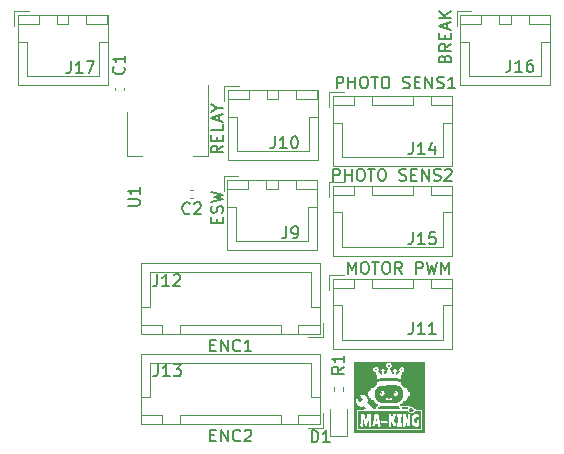
<source format=gbr>
%TF.GenerationSoftware,KiCad,Pcbnew,7.0.6*%
%TF.CreationDate,2024-01-20T12:46:22+09:00*%
%TF.ProjectId,RoboMasterHatBoard,526f626f-4d61-4737-9465-72486174426f,rev?*%
%TF.SameCoordinates,Original*%
%TF.FileFunction,Legend,Top*%
%TF.FilePolarity,Positive*%
%FSLAX46Y46*%
G04 Gerber Fmt 4.6, Leading zero omitted, Abs format (unit mm)*
G04 Created by KiCad (PCBNEW 7.0.6) date 2024-01-20 12:46:22*
%MOMM*%
%LPD*%
G01*
G04 APERTURE LIST*
%ADD10C,0.150000*%
%ADD11C,0.300000*%
%ADD12C,0.120000*%
G04 APERTURE END LIST*
D10*
X126346009Y-68544887D02*
X126393628Y-68402030D01*
X126393628Y-68402030D02*
X126441247Y-68354411D01*
X126441247Y-68354411D02*
X126536485Y-68306792D01*
X126536485Y-68306792D02*
X126679342Y-68306792D01*
X126679342Y-68306792D02*
X126774580Y-68354411D01*
X126774580Y-68354411D02*
X126822200Y-68402030D01*
X126822200Y-68402030D02*
X126869819Y-68497268D01*
X126869819Y-68497268D02*
X126869819Y-68878220D01*
X126869819Y-68878220D02*
X125869819Y-68878220D01*
X125869819Y-68878220D02*
X125869819Y-68544887D01*
X125869819Y-68544887D02*
X125917438Y-68449649D01*
X125917438Y-68449649D02*
X125965057Y-68402030D01*
X125965057Y-68402030D02*
X126060295Y-68354411D01*
X126060295Y-68354411D02*
X126155533Y-68354411D01*
X126155533Y-68354411D02*
X126250771Y-68402030D01*
X126250771Y-68402030D02*
X126298390Y-68449649D01*
X126298390Y-68449649D02*
X126346009Y-68544887D01*
X126346009Y-68544887D02*
X126346009Y-68878220D01*
X126869819Y-67306792D02*
X126393628Y-67640125D01*
X126869819Y-67878220D02*
X125869819Y-67878220D01*
X125869819Y-67878220D02*
X125869819Y-67497268D01*
X125869819Y-67497268D02*
X125917438Y-67402030D01*
X125917438Y-67402030D02*
X125965057Y-67354411D01*
X125965057Y-67354411D02*
X126060295Y-67306792D01*
X126060295Y-67306792D02*
X126203152Y-67306792D01*
X126203152Y-67306792D02*
X126298390Y-67354411D01*
X126298390Y-67354411D02*
X126346009Y-67402030D01*
X126346009Y-67402030D02*
X126393628Y-67497268D01*
X126393628Y-67497268D02*
X126393628Y-67878220D01*
X126346009Y-66878220D02*
X126346009Y-66544887D01*
X126869819Y-66402030D02*
X126869819Y-66878220D01*
X126869819Y-66878220D02*
X125869819Y-66878220D01*
X125869819Y-66878220D02*
X125869819Y-66402030D01*
X126584104Y-66021077D02*
X126584104Y-65544887D01*
X126869819Y-66116315D02*
X125869819Y-65782982D01*
X125869819Y-65782982D02*
X126869819Y-65449649D01*
X126869819Y-65116315D02*
X125869819Y-65116315D01*
X126869819Y-64544887D02*
X126298390Y-64973458D01*
X125869819Y-64544887D02*
X126441247Y-65116315D01*
X118156779Y-86764819D02*
X118156779Y-85764819D01*
X118156779Y-85764819D02*
X118490112Y-86479104D01*
X118490112Y-86479104D02*
X118823445Y-85764819D01*
X118823445Y-85764819D02*
X118823445Y-86764819D01*
X119490112Y-85764819D02*
X119680588Y-85764819D01*
X119680588Y-85764819D02*
X119775826Y-85812438D01*
X119775826Y-85812438D02*
X119871064Y-85907676D01*
X119871064Y-85907676D02*
X119918683Y-86098152D01*
X119918683Y-86098152D02*
X119918683Y-86431485D01*
X119918683Y-86431485D02*
X119871064Y-86621961D01*
X119871064Y-86621961D02*
X119775826Y-86717200D01*
X119775826Y-86717200D02*
X119680588Y-86764819D01*
X119680588Y-86764819D02*
X119490112Y-86764819D01*
X119490112Y-86764819D02*
X119394874Y-86717200D01*
X119394874Y-86717200D02*
X119299636Y-86621961D01*
X119299636Y-86621961D02*
X119252017Y-86431485D01*
X119252017Y-86431485D02*
X119252017Y-86098152D01*
X119252017Y-86098152D02*
X119299636Y-85907676D01*
X119299636Y-85907676D02*
X119394874Y-85812438D01*
X119394874Y-85812438D02*
X119490112Y-85764819D01*
X120204398Y-85764819D02*
X120775826Y-85764819D01*
X120490112Y-86764819D02*
X120490112Y-85764819D01*
X121299636Y-85764819D02*
X121490112Y-85764819D01*
X121490112Y-85764819D02*
X121585350Y-85812438D01*
X121585350Y-85812438D02*
X121680588Y-85907676D01*
X121680588Y-85907676D02*
X121728207Y-86098152D01*
X121728207Y-86098152D02*
X121728207Y-86431485D01*
X121728207Y-86431485D02*
X121680588Y-86621961D01*
X121680588Y-86621961D02*
X121585350Y-86717200D01*
X121585350Y-86717200D02*
X121490112Y-86764819D01*
X121490112Y-86764819D02*
X121299636Y-86764819D01*
X121299636Y-86764819D02*
X121204398Y-86717200D01*
X121204398Y-86717200D02*
X121109160Y-86621961D01*
X121109160Y-86621961D02*
X121061541Y-86431485D01*
X121061541Y-86431485D02*
X121061541Y-86098152D01*
X121061541Y-86098152D02*
X121109160Y-85907676D01*
X121109160Y-85907676D02*
X121204398Y-85812438D01*
X121204398Y-85812438D02*
X121299636Y-85764819D01*
X122728207Y-86764819D02*
X122394874Y-86288628D01*
X122156779Y-86764819D02*
X122156779Y-85764819D01*
X122156779Y-85764819D02*
X122537731Y-85764819D01*
X122537731Y-85764819D02*
X122632969Y-85812438D01*
X122632969Y-85812438D02*
X122680588Y-85860057D01*
X122680588Y-85860057D02*
X122728207Y-85955295D01*
X122728207Y-85955295D02*
X122728207Y-86098152D01*
X122728207Y-86098152D02*
X122680588Y-86193390D01*
X122680588Y-86193390D02*
X122632969Y-86241009D01*
X122632969Y-86241009D02*
X122537731Y-86288628D01*
X122537731Y-86288628D02*
X122156779Y-86288628D01*
X123918684Y-86764819D02*
X123918684Y-85764819D01*
X123918684Y-85764819D02*
X124299636Y-85764819D01*
X124299636Y-85764819D02*
X124394874Y-85812438D01*
X124394874Y-85812438D02*
X124442493Y-85860057D01*
X124442493Y-85860057D02*
X124490112Y-85955295D01*
X124490112Y-85955295D02*
X124490112Y-86098152D01*
X124490112Y-86098152D02*
X124442493Y-86193390D01*
X124442493Y-86193390D02*
X124394874Y-86241009D01*
X124394874Y-86241009D02*
X124299636Y-86288628D01*
X124299636Y-86288628D02*
X123918684Y-86288628D01*
X124823446Y-85764819D02*
X125061541Y-86764819D01*
X125061541Y-86764819D02*
X125252017Y-86050533D01*
X125252017Y-86050533D02*
X125442493Y-86764819D01*
X125442493Y-86764819D02*
X125680589Y-85764819D01*
X126061541Y-86764819D02*
X126061541Y-85764819D01*
X126061541Y-85764819D02*
X126394874Y-86479104D01*
X126394874Y-86479104D02*
X126728207Y-85764819D01*
X126728207Y-85764819D02*
X126728207Y-86764819D01*
X107042009Y-82467220D02*
X107042009Y-82133887D01*
X107565819Y-81991030D02*
X107565819Y-82467220D01*
X107565819Y-82467220D02*
X106565819Y-82467220D01*
X106565819Y-82467220D02*
X106565819Y-81991030D01*
X107518200Y-81610077D02*
X107565819Y-81467220D01*
X107565819Y-81467220D02*
X107565819Y-81229125D01*
X107565819Y-81229125D02*
X107518200Y-81133887D01*
X107518200Y-81133887D02*
X107470580Y-81086268D01*
X107470580Y-81086268D02*
X107375342Y-81038649D01*
X107375342Y-81038649D02*
X107280104Y-81038649D01*
X107280104Y-81038649D02*
X107184866Y-81086268D01*
X107184866Y-81086268D02*
X107137247Y-81133887D01*
X107137247Y-81133887D02*
X107089628Y-81229125D01*
X107089628Y-81229125D02*
X107042009Y-81419601D01*
X107042009Y-81419601D02*
X106994390Y-81514839D01*
X106994390Y-81514839D02*
X106946771Y-81562458D01*
X106946771Y-81562458D02*
X106851533Y-81610077D01*
X106851533Y-81610077D02*
X106756295Y-81610077D01*
X106756295Y-81610077D02*
X106661057Y-81562458D01*
X106661057Y-81562458D02*
X106613438Y-81514839D01*
X106613438Y-81514839D02*
X106565819Y-81419601D01*
X106565819Y-81419601D02*
X106565819Y-81181506D01*
X106565819Y-81181506D02*
X106613438Y-81038649D01*
X106565819Y-80705315D02*
X107565819Y-80467220D01*
X107565819Y-80467220D02*
X106851533Y-80276744D01*
X106851533Y-80276744D02*
X107565819Y-80086268D01*
X107565819Y-80086268D02*
X106565819Y-79848173D01*
X106508779Y-92818009D02*
X106842112Y-92818009D01*
X106984969Y-93341819D02*
X106508779Y-93341819D01*
X106508779Y-93341819D02*
X106508779Y-92341819D01*
X106508779Y-92341819D02*
X106984969Y-92341819D01*
X107413541Y-93341819D02*
X107413541Y-92341819D01*
X107413541Y-92341819D02*
X107984969Y-93341819D01*
X107984969Y-93341819D02*
X107984969Y-92341819D01*
X109032588Y-93246580D02*
X108984969Y-93294200D01*
X108984969Y-93294200D02*
X108842112Y-93341819D01*
X108842112Y-93341819D02*
X108746874Y-93341819D01*
X108746874Y-93341819D02*
X108604017Y-93294200D01*
X108604017Y-93294200D02*
X108508779Y-93198961D01*
X108508779Y-93198961D02*
X108461160Y-93103723D01*
X108461160Y-93103723D02*
X108413541Y-92913247D01*
X108413541Y-92913247D02*
X108413541Y-92770390D01*
X108413541Y-92770390D02*
X108461160Y-92579914D01*
X108461160Y-92579914D02*
X108508779Y-92484676D01*
X108508779Y-92484676D02*
X108604017Y-92389438D01*
X108604017Y-92389438D02*
X108746874Y-92341819D01*
X108746874Y-92341819D02*
X108842112Y-92341819D01*
X108842112Y-92341819D02*
X108984969Y-92389438D01*
X108984969Y-92389438D02*
X109032588Y-92437057D01*
X109984969Y-93341819D02*
X109413541Y-93341819D01*
X109699255Y-93341819D02*
X109699255Y-92341819D01*
X109699255Y-92341819D02*
X109604017Y-92484676D01*
X109604017Y-92484676D02*
X109508779Y-92579914D01*
X109508779Y-92579914D02*
X109413541Y-92627533D01*
X106508779Y-100438009D02*
X106842112Y-100438009D01*
X106984969Y-100961819D02*
X106508779Y-100961819D01*
X106508779Y-100961819D02*
X106508779Y-99961819D01*
X106508779Y-99961819D02*
X106984969Y-99961819D01*
X107413541Y-100961819D02*
X107413541Y-99961819D01*
X107413541Y-99961819D02*
X107984969Y-100961819D01*
X107984969Y-100961819D02*
X107984969Y-99961819D01*
X109032588Y-100866580D02*
X108984969Y-100914200D01*
X108984969Y-100914200D02*
X108842112Y-100961819D01*
X108842112Y-100961819D02*
X108746874Y-100961819D01*
X108746874Y-100961819D02*
X108604017Y-100914200D01*
X108604017Y-100914200D02*
X108508779Y-100818961D01*
X108508779Y-100818961D02*
X108461160Y-100723723D01*
X108461160Y-100723723D02*
X108413541Y-100533247D01*
X108413541Y-100533247D02*
X108413541Y-100390390D01*
X108413541Y-100390390D02*
X108461160Y-100199914D01*
X108461160Y-100199914D02*
X108508779Y-100104676D01*
X108508779Y-100104676D02*
X108604017Y-100009438D01*
X108604017Y-100009438D02*
X108746874Y-99961819D01*
X108746874Y-99961819D02*
X108842112Y-99961819D01*
X108842112Y-99961819D02*
X108984969Y-100009438D01*
X108984969Y-100009438D02*
X109032588Y-100057057D01*
X109413541Y-100057057D02*
X109461160Y-100009438D01*
X109461160Y-100009438D02*
X109556398Y-99961819D01*
X109556398Y-99961819D02*
X109794493Y-99961819D01*
X109794493Y-99961819D02*
X109889731Y-100009438D01*
X109889731Y-100009438D02*
X109937350Y-100057057D01*
X109937350Y-100057057D02*
X109984969Y-100152295D01*
X109984969Y-100152295D02*
X109984969Y-100247533D01*
X109984969Y-100247533D02*
X109937350Y-100390390D01*
X109937350Y-100390390D02*
X109365922Y-100961819D01*
X109365922Y-100961819D02*
X109984969Y-100961819D01*
X117196779Y-71069819D02*
X117196779Y-70069819D01*
X117196779Y-70069819D02*
X117577731Y-70069819D01*
X117577731Y-70069819D02*
X117672969Y-70117438D01*
X117672969Y-70117438D02*
X117720588Y-70165057D01*
X117720588Y-70165057D02*
X117768207Y-70260295D01*
X117768207Y-70260295D02*
X117768207Y-70403152D01*
X117768207Y-70403152D02*
X117720588Y-70498390D01*
X117720588Y-70498390D02*
X117672969Y-70546009D01*
X117672969Y-70546009D02*
X117577731Y-70593628D01*
X117577731Y-70593628D02*
X117196779Y-70593628D01*
X118196779Y-71069819D02*
X118196779Y-70069819D01*
X118196779Y-70546009D02*
X118768207Y-70546009D01*
X118768207Y-71069819D02*
X118768207Y-70069819D01*
X119434874Y-70069819D02*
X119625350Y-70069819D01*
X119625350Y-70069819D02*
X119720588Y-70117438D01*
X119720588Y-70117438D02*
X119815826Y-70212676D01*
X119815826Y-70212676D02*
X119863445Y-70403152D01*
X119863445Y-70403152D02*
X119863445Y-70736485D01*
X119863445Y-70736485D02*
X119815826Y-70926961D01*
X119815826Y-70926961D02*
X119720588Y-71022200D01*
X119720588Y-71022200D02*
X119625350Y-71069819D01*
X119625350Y-71069819D02*
X119434874Y-71069819D01*
X119434874Y-71069819D02*
X119339636Y-71022200D01*
X119339636Y-71022200D02*
X119244398Y-70926961D01*
X119244398Y-70926961D02*
X119196779Y-70736485D01*
X119196779Y-70736485D02*
X119196779Y-70403152D01*
X119196779Y-70403152D02*
X119244398Y-70212676D01*
X119244398Y-70212676D02*
X119339636Y-70117438D01*
X119339636Y-70117438D02*
X119434874Y-70069819D01*
X120149160Y-70069819D02*
X120720588Y-70069819D01*
X120434874Y-71069819D02*
X120434874Y-70069819D01*
X121244398Y-70069819D02*
X121434874Y-70069819D01*
X121434874Y-70069819D02*
X121530112Y-70117438D01*
X121530112Y-70117438D02*
X121625350Y-70212676D01*
X121625350Y-70212676D02*
X121672969Y-70403152D01*
X121672969Y-70403152D02*
X121672969Y-70736485D01*
X121672969Y-70736485D02*
X121625350Y-70926961D01*
X121625350Y-70926961D02*
X121530112Y-71022200D01*
X121530112Y-71022200D02*
X121434874Y-71069819D01*
X121434874Y-71069819D02*
X121244398Y-71069819D01*
X121244398Y-71069819D02*
X121149160Y-71022200D01*
X121149160Y-71022200D02*
X121053922Y-70926961D01*
X121053922Y-70926961D02*
X121006303Y-70736485D01*
X121006303Y-70736485D02*
X121006303Y-70403152D01*
X121006303Y-70403152D02*
X121053922Y-70212676D01*
X121053922Y-70212676D02*
X121149160Y-70117438D01*
X121149160Y-70117438D02*
X121244398Y-70069819D01*
X122815827Y-71022200D02*
X122958684Y-71069819D01*
X122958684Y-71069819D02*
X123196779Y-71069819D01*
X123196779Y-71069819D02*
X123292017Y-71022200D01*
X123292017Y-71022200D02*
X123339636Y-70974580D01*
X123339636Y-70974580D02*
X123387255Y-70879342D01*
X123387255Y-70879342D02*
X123387255Y-70784104D01*
X123387255Y-70784104D02*
X123339636Y-70688866D01*
X123339636Y-70688866D02*
X123292017Y-70641247D01*
X123292017Y-70641247D02*
X123196779Y-70593628D01*
X123196779Y-70593628D02*
X123006303Y-70546009D01*
X123006303Y-70546009D02*
X122911065Y-70498390D01*
X122911065Y-70498390D02*
X122863446Y-70450771D01*
X122863446Y-70450771D02*
X122815827Y-70355533D01*
X122815827Y-70355533D02*
X122815827Y-70260295D01*
X122815827Y-70260295D02*
X122863446Y-70165057D01*
X122863446Y-70165057D02*
X122911065Y-70117438D01*
X122911065Y-70117438D02*
X123006303Y-70069819D01*
X123006303Y-70069819D02*
X123244398Y-70069819D01*
X123244398Y-70069819D02*
X123387255Y-70117438D01*
X123815827Y-70546009D02*
X124149160Y-70546009D01*
X124292017Y-71069819D02*
X123815827Y-71069819D01*
X123815827Y-71069819D02*
X123815827Y-70069819D01*
X123815827Y-70069819D02*
X124292017Y-70069819D01*
X124720589Y-71069819D02*
X124720589Y-70069819D01*
X124720589Y-70069819D02*
X125292017Y-71069819D01*
X125292017Y-71069819D02*
X125292017Y-70069819D01*
X125720589Y-71022200D02*
X125863446Y-71069819D01*
X125863446Y-71069819D02*
X126101541Y-71069819D01*
X126101541Y-71069819D02*
X126196779Y-71022200D01*
X126196779Y-71022200D02*
X126244398Y-70974580D01*
X126244398Y-70974580D02*
X126292017Y-70879342D01*
X126292017Y-70879342D02*
X126292017Y-70784104D01*
X126292017Y-70784104D02*
X126244398Y-70688866D01*
X126244398Y-70688866D02*
X126196779Y-70641247D01*
X126196779Y-70641247D02*
X126101541Y-70593628D01*
X126101541Y-70593628D02*
X125911065Y-70546009D01*
X125911065Y-70546009D02*
X125815827Y-70498390D01*
X125815827Y-70498390D02*
X125768208Y-70450771D01*
X125768208Y-70450771D02*
X125720589Y-70355533D01*
X125720589Y-70355533D02*
X125720589Y-70260295D01*
X125720589Y-70260295D02*
X125768208Y-70165057D01*
X125768208Y-70165057D02*
X125815827Y-70117438D01*
X125815827Y-70117438D02*
X125911065Y-70069819D01*
X125911065Y-70069819D02*
X126149160Y-70069819D01*
X126149160Y-70069819D02*
X126292017Y-70117438D01*
X127244398Y-71069819D02*
X126672970Y-71069819D01*
X126958684Y-71069819D02*
X126958684Y-70069819D01*
X126958684Y-70069819D02*
X126863446Y-70212676D01*
X126863446Y-70212676D02*
X126768208Y-70307914D01*
X126768208Y-70307914D02*
X126672970Y-70355533D01*
X116906779Y-78890819D02*
X116906779Y-77890819D01*
X116906779Y-77890819D02*
X117287731Y-77890819D01*
X117287731Y-77890819D02*
X117382969Y-77938438D01*
X117382969Y-77938438D02*
X117430588Y-77986057D01*
X117430588Y-77986057D02*
X117478207Y-78081295D01*
X117478207Y-78081295D02*
X117478207Y-78224152D01*
X117478207Y-78224152D02*
X117430588Y-78319390D01*
X117430588Y-78319390D02*
X117382969Y-78367009D01*
X117382969Y-78367009D02*
X117287731Y-78414628D01*
X117287731Y-78414628D02*
X116906779Y-78414628D01*
X117906779Y-78890819D02*
X117906779Y-77890819D01*
X117906779Y-78367009D02*
X118478207Y-78367009D01*
X118478207Y-78890819D02*
X118478207Y-77890819D01*
X119144874Y-77890819D02*
X119335350Y-77890819D01*
X119335350Y-77890819D02*
X119430588Y-77938438D01*
X119430588Y-77938438D02*
X119525826Y-78033676D01*
X119525826Y-78033676D02*
X119573445Y-78224152D01*
X119573445Y-78224152D02*
X119573445Y-78557485D01*
X119573445Y-78557485D02*
X119525826Y-78747961D01*
X119525826Y-78747961D02*
X119430588Y-78843200D01*
X119430588Y-78843200D02*
X119335350Y-78890819D01*
X119335350Y-78890819D02*
X119144874Y-78890819D01*
X119144874Y-78890819D02*
X119049636Y-78843200D01*
X119049636Y-78843200D02*
X118954398Y-78747961D01*
X118954398Y-78747961D02*
X118906779Y-78557485D01*
X118906779Y-78557485D02*
X118906779Y-78224152D01*
X118906779Y-78224152D02*
X118954398Y-78033676D01*
X118954398Y-78033676D02*
X119049636Y-77938438D01*
X119049636Y-77938438D02*
X119144874Y-77890819D01*
X119859160Y-77890819D02*
X120430588Y-77890819D01*
X120144874Y-78890819D02*
X120144874Y-77890819D01*
X120954398Y-77890819D02*
X121144874Y-77890819D01*
X121144874Y-77890819D02*
X121240112Y-77938438D01*
X121240112Y-77938438D02*
X121335350Y-78033676D01*
X121335350Y-78033676D02*
X121382969Y-78224152D01*
X121382969Y-78224152D02*
X121382969Y-78557485D01*
X121382969Y-78557485D02*
X121335350Y-78747961D01*
X121335350Y-78747961D02*
X121240112Y-78843200D01*
X121240112Y-78843200D02*
X121144874Y-78890819D01*
X121144874Y-78890819D02*
X120954398Y-78890819D01*
X120954398Y-78890819D02*
X120859160Y-78843200D01*
X120859160Y-78843200D02*
X120763922Y-78747961D01*
X120763922Y-78747961D02*
X120716303Y-78557485D01*
X120716303Y-78557485D02*
X120716303Y-78224152D01*
X120716303Y-78224152D02*
X120763922Y-78033676D01*
X120763922Y-78033676D02*
X120859160Y-77938438D01*
X120859160Y-77938438D02*
X120954398Y-77890819D01*
X122525827Y-78843200D02*
X122668684Y-78890819D01*
X122668684Y-78890819D02*
X122906779Y-78890819D01*
X122906779Y-78890819D02*
X123002017Y-78843200D01*
X123002017Y-78843200D02*
X123049636Y-78795580D01*
X123049636Y-78795580D02*
X123097255Y-78700342D01*
X123097255Y-78700342D02*
X123097255Y-78605104D01*
X123097255Y-78605104D02*
X123049636Y-78509866D01*
X123049636Y-78509866D02*
X123002017Y-78462247D01*
X123002017Y-78462247D02*
X122906779Y-78414628D01*
X122906779Y-78414628D02*
X122716303Y-78367009D01*
X122716303Y-78367009D02*
X122621065Y-78319390D01*
X122621065Y-78319390D02*
X122573446Y-78271771D01*
X122573446Y-78271771D02*
X122525827Y-78176533D01*
X122525827Y-78176533D02*
X122525827Y-78081295D01*
X122525827Y-78081295D02*
X122573446Y-77986057D01*
X122573446Y-77986057D02*
X122621065Y-77938438D01*
X122621065Y-77938438D02*
X122716303Y-77890819D01*
X122716303Y-77890819D02*
X122954398Y-77890819D01*
X122954398Y-77890819D02*
X123097255Y-77938438D01*
X123525827Y-78367009D02*
X123859160Y-78367009D01*
X124002017Y-78890819D02*
X123525827Y-78890819D01*
X123525827Y-78890819D02*
X123525827Y-77890819D01*
X123525827Y-77890819D02*
X124002017Y-77890819D01*
X124430589Y-78890819D02*
X124430589Y-77890819D01*
X124430589Y-77890819D02*
X125002017Y-78890819D01*
X125002017Y-78890819D02*
X125002017Y-77890819D01*
X125430589Y-78843200D02*
X125573446Y-78890819D01*
X125573446Y-78890819D02*
X125811541Y-78890819D01*
X125811541Y-78890819D02*
X125906779Y-78843200D01*
X125906779Y-78843200D02*
X125954398Y-78795580D01*
X125954398Y-78795580D02*
X126002017Y-78700342D01*
X126002017Y-78700342D02*
X126002017Y-78605104D01*
X126002017Y-78605104D02*
X125954398Y-78509866D01*
X125954398Y-78509866D02*
X125906779Y-78462247D01*
X125906779Y-78462247D02*
X125811541Y-78414628D01*
X125811541Y-78414628D02*
X125621065Y-78367009D01*
X125621065Y-78367009D02*
X125525827Y-78319390D01*
X125525827Y-78319390D02*
X125478208Y-78271771D01*
X125478208Y-78271771D02*
X125430589Y-78176533D01*
X125430589Y-78176533D02*
X125430589Y-78081295D01*
X125430589Y-78081295D02*
X125478208Y-77986057D01*
X125478208Y-77986057D02*
X125525827Y-77938438D01*
X125525827Y-77938438D02*
X125621065Y-77890819D01*
X125621065Y-77890819D02*
X125859160Y-77890819D01*
X125859160Y-77890819D02*
X126002017Y-77938438D01*
X126382970Y-77986057D02*
X126430589Y-77938438D01*
X126430589Y-77938438D02*
X126525827Y-77890819D01*
X126525827Y-77890819D02*
X126763922Y-77890819D01*
X126763922Y-77890819D02*
X126859160Y-77938438D01*
X126859160Y-77938438D02*
X126906779Y-77986057D01*
X126906779Y-77986057D02*
X126954398Y-78081295D01*
X126954398Y-78081295D02*
X126954398Y-78176533D01*
X126954398Y-78176533D02*
X126906779Y-78319390D01*
X126906779Y-78319390D02*
X126335351Y-78890819D01*
X126335351Y-78890819D02*
X126954398Y-78890819D01*
X107565819Y-75926792D02*
X107089628Y-76260125D01*
X107565819Y-76498220D02*
X106565819Y-76498220D01*
X106565819Y-76498220D02*
X106565819Y-76117268D01*
X106565819Y-76117268D02*
X106613438Y-76022030D01*
X106613438Y-76022030D02*
X106661057Y-75974411D01*
X106661057Y-75974411D02*
X106756295Y-75926792D01*
X106756295Y-75926792D02*
X106899152Y-75926792D01*
X106899152Y-75926792D02*
X106994390Y-75974411D01*
X106994390Y-75974411D02*
X107042009Y-76022030D01*
X107042009Y-76022030D02*
X107089628Y-76117268D01*
X107089628Y-76117268D02*
X107089628Y-76498220D01*
X107042009Y-75498220D02*
X107042009Y-75164887D01*
X107565819Y-75022030D02*
X107565819Y-75498220D01*
X107565819Y-75498220D02*
X106565819Y-75498220D01*
X106565819Y-75498220D02*
X106565819Y-75022030D01*
X107565819Y-74117268D02*
X107565819Y-74593458D01*
X107565819Y-74593458D02*
X106565819Y-74593458D01*
X107280104Y-73831553D02*
X107280104Y-73355363D01*
X107565819Y-73926791D02*
X106565819Y-73593458D01*
X106565819Y-73593458D02*
X107565819Y-73260125D01*
X107089628Y-72736315D02*
X107565819Y-72736315D01*
X106565819Y-73069648D02*
X107089628Y-72736315D01*
X107089628Y-72736315D02*
X106565819Y-72402982D01*
X94694476Y-68796819D02*
X94694476Y-69511104D01*
X94694476Y-69511104D02*
X94646857Y-69653961D01*
X94646857Y-69653961D02*
X94551619Y-69749200D01*
X94551619Y-69749200D02*
X94408762Y-69796819D01*
X94408762Y-69796819D02*
X94313524Y-69796819D01*
X95694476Y-69796819D02*
X95123048Y-69796819D01*
X95408762Y-69796819D02*
X95408762Y-68796819D01*
X95408762Y-68796819D02*
X95313524Y-68939676D01*
X95313524Y-68939676D02*
X95218286Y-69034914D01*
X95218286Y-69034914D02*
X95123048Y-69082533D01*
X96027810Y-68796819D02*
X96694476Y-68796819D01*
X96694476Y-68796819D02*
X96265905Y-69796819D01*
X131905476Y-68669819D02*
X131905476Y-69384104D01*
X131905476Y-69384104D02*
X131857857Y-69526961D01*
X131857857Y-69526961D02*
X131762619Y-69622200D01*
X131762619Y-69622200D02*
X131619762Y-69669819D01*
X131619762Y-69669819D02*
X131524524Y-69669819D01*
X132905476Y-69669819D02*
X132334048Y-69669819D01*
X132619762Y-69669819D02*
X132619762Y-68669819D01*
X132619762Y-68669819D02*
X132524524Y-68812676D01*
X132524524Y-68812676D02*
X132429286Y-68907914D01*
X132429286Y-68907914D02*
X132334048Y-68955533D01*
X133762619Y-68669819D02*
X133572143Y-68669819D01*
X133572143Y-68669819D02*
X133476905Y-68717438D01*
X133476905Y-68717438D02*
X133429286Y-68765057D01*
X133429286Y-68765057D02*
X133334048Y-68907914D01*
X133334048Y-68907914D02*
X133286429Y-69098390D01*
X133286429Y-69098390D02*
X133286429Y-69479342D01*
X133286429Y-69479342D02*
X133334048Y-69574580D01*
X133334048Y-69574580D02*
X133381667Y-69622200D01*
X133381667Y-69622200D02*
X133476905Y-69669819D01*
X133476905Y-69669819D02*
X133667381Y-69669819D01*
X133667381Y-69669819D02*
X133762619Y-69622200D01*
X133762619Y-69622200D02*
X133810238Y-69574580D01*
X133810238Y-69574580D02*
X133857857Y-69479342D01*
X133857857Y-69479342D02*
X133857857Y-69241247D01*
X133857857Y-69241247D02*
X133810238Y-69146009D01*
X133810238Y-69146009D02*
X133762619Y-69098390D01*
X133762619Y-69098390D02*
X133667381Y-69050771D01*
X133667381Y-69050771D02*
X133476905Y-69050771D01*
X133476905Y-69050771D02*
X133381667Y-69098390D01*
X133381667Y-69098390D02*
X133334048Y-69146009D01*
X133334048Y-69146009D02*
X133286429Y-69241247D01*
X123650476Y-75654819D02*
X123650476Y-76369104D01*
X123650476Y-76369104D02*
X123602857Y-76511961D01*
X123602857Y-76511961D02*
X123507619Y-76607200D01*
X123507619Y-76607200D02*
X123364762Y-76654819D01*
X123364762Y-76654819D02*
X123269524Y-76654819D01*
X124650476Y-76654819D02*
X124079048Y-76654819D01*
X124364762Y-76654819D02*
X124364762Y-75654819D01*
X124364762Y-75654819D02*
X124269524Y-75797676D01*
X124269524Y-75797676D02*
X124174286Y-75892914D01*
X124174286Y-75892914D02*
X124079048Y-75940533D01*
X125507619Y-75988152D02*
X125507619Y-76654819D01*
X125269524Y-75607200D02*
X125031429Y-76321485D01*
X125031429Y-76321485D02*
X125650476Y-76321485D01*
X112950666Y-82766819D02*
X112950666Y-83481104D01*
X112950666Y-83481104D02*
X112903047Y-83623961D01*
X112903047Y-83623961D02*
X112807809Y-83719200D01*
X112807809Y-83719200D02*
X112664952Y-83766819D01*
X112664952Y-83766819D02*
X112569714Y-83766819D01*
X113474476Y-83766819D02*
X113664952Y-83766819D01*
X113664952Y-83766819D02*
X113760190Y-83719200D01*
X113760190Y-83719200D02*
X113807809Y-83671580D01*
X113807809Y-83671580D02*
X113903047Y-83528723D01*
X113903047Y-83528723D02*
X113950666Y-83338247D01*
X113950666Y-83338247D02*
X113950666Y-82957295D01*
X113950666Y-82957295D02*
X113903047Y-82862057D01*
X113903047Y-82862057D02*
X113855428Y-82814438D01*
X113855428Y-82814438D02*
X113760190Y-82766819D01*
X113760190Y-82766819D02*
X113569714Y-82766819D01*
X113569714Y-82766819D02*
X113474476Y-82814438D01*
X113474476Y-82814438D02*
X113426857Y-82862057D01*
X113426857Y-82862057D02*
X113379238Y-82957295D01*
X113379238Y-82957295D02*
X113379238Y-83195390D01*
X113379238Y-83195390D02*
X113426857Y-83290628D01*
X113426857Y-83290628D02*
X113474476Y-83338247D01*
X113474476Y-83338247D02*
X113569714Y-83385866D01*
X113569714Y-83385866D02*
X113760190Y-83385866D01*
X113760190Y-83385866D02*
X113855428Y-83338247D01*
X113855428Y-83338247D02*
X113903047Y-83290628D01*
X113903047Y-83290628D02*
X113950666Y-83195390D01*
X111966476Y-75146819D02*
X111966476Y-75861104D01*
X111966476Y-75861104D02*
X111918857Y-76003961D01*
X111918857Y-76003961D02*
X111823619Y-76099200D01*
X111823619Y-76099200D02*
X111680762Y-76146819D01*
X111680762Y-76146819D02*
X111585524Y-76146819D01*
X112966476Y-76146819D02*
X112395048Y-76146819D01*
X112680762Y-76146819D02*
X112680762Y-75146819D01*
X112680762Y-75146819D02*
X112585524Y-75289676D01*
X112585524Y-75289676D02*
X112490286Y-75384914D01*
X112490286Y-75384914D02*
X112395048Y-75432533D01*
X113585524Y-75146819D02*
X113680762Y-75146819D01*
X113680762Y-75146819D02*
X113776000Y-75194438D01*
X113776000Y-75194438D02*
X113823619Y-75242057D01*
X113823619Y-75242057D02*
X113871238Y-75337295D01*
X113871238Y-75337295D02*
X113918857Y-75527771D01*
X113918857Y-75527771D02*
X113918857Y-75765866D01*
X113918857Y-75765866D02*
X113871238Y-75956342D01*
X113871238Y-75956342D02*
X113823619Y-76051580D01*
X113823619Y-76051580D02*
X113776000Y-76099200D01*
X113776000Y-76099200D02*
X113680762Y-76146819D01*
X113680762Y-76146819D02*
X113585524Y-76146819D01*
X113585524Y-76146819D02*
X113490286Y-76099200D01*
X113490286Y-76099200D02*
X113442667Y-76051580D01*
X113442667Y-76051580D02*
X113395048Y-75956342D01*
X113395048Y-75956342D02*
X113347429Y-75765866D01*
X113347429Y-75765866D02*
X113347429Y-75527771D01*
X113347429Y-75527771D02*
X113395048Y-75337295D01*
X113395048Y-75337295D02*
X113442667Y-75242057D01*
X113442667Y-75242057D02*
X113490286Y-75194438D01*
X113490286Y-75194438D02*
X113585524Y-75146819D01*
X99165580Y-69254666D02*
X99213200Y-69302285D01*
X99213200Y-69302285D02*
X99260819Y-69445142D01*
X99260819Y-69445142D02*
X99260819Y-69540380D01*
X99260819Y-69540380D02*
X99213200Y-69683237D01*
X99213200Y-69683237D02*
X99117961Y-69778475D01*
X99117961Y-69778475D02*
X99022723Y-69826094D01*
X99022723Y-69826094D02*
X98832247Y-69873713D01*
X98832247Y-69873713D02*
X98689390Y-69873713D01*
X98689390Y-69873713D02*
X98498914Y-69826094D01*
X98498914Y-69826094D02*
X98403676Y-69778475D01*
X98403676Y-69778475D02*
X98308438Y-69683237D01*
X98308438Y-69683237D02*
X98260819Y-69540380D01*
X98260819Y-69540380D02*
X98260819Y-69445142D01*
X98260819Y-69445142D02*
X98308438Y-69302285D01*
X98308438Y-69302285D02*
X98356057Y-69254666D01*
X99260819Y-68302285D02*
X99260819Y-68873713D01*
X99260819Y-68587999D02*
X98260819Y-68587999D01*
X98260819Y-68587999D02*
X98403676Y-68683237D01*
X98403676Y-68683237D02*
X98498914Y-68778475D01*
X98498914Y-68778475D02*
X98546533Y-68873713D01*
D11*
D10*
X102060476Y-94450819D02*
X102060476Y-95165104D01*
X102060476Y-95165104D02*
X102012857Y-95307961D01*
X102012857Y-95307961D02*
X101917619Y-95403200D01*
X101917619Y-95403200D02*
X101774762Y-95450819D01*
X101774762Y-95450819D02*
X101679524Y-95450819D01*
X103060476Y-95450819D02*
X102489048Y-95450819D01*
X102774762Y-95450819D02*
X102774762Y-94450819D01*
X102774762Y-94450819D02*
X102679524Y-94593676D01*
X102679524Y-94593676D02*
X102584286Y-94688914D01*
X102584286Y-94688914D02*
X102489048Y-94736533D01*
X103393810Y-94450819D02*
X104012857Y-94450819D01*
X104012857Y-94450819D02*
X103679524Y-94831771D01*
X103679524Y-94831771D02*
X103822381Y-94831771D01*
X103822381Y-94831771D02*
X103917619Y-94879390D01*
X103917619Y-94879390D02*
X103965238Y-94927009D01*
X103965238Y-94927009D02*
X104012857Y-95022247D01*
X104012857Y-95022247D02*
X104012857Y-95260342D01*
X104012857Y-95260342D02*
X103965238Y-95355580D01*
X103965238Y-95355580D02*
X103917619Y-95403200D01*
X103917619Y-95403200D02*
X103822381Y-95450819D01*
X103822381Y-95450819D02*
X103536667Y-95450819D01*
X103536667Y-95450819D02*
X103441429Y-95403200D01*
X103441429Y-95403200D02*
X103393810Y-95355580D01*
X123650476Y-90894819D02*
X123650476Y-91609104D01*
X123650476Y-91609104D02*
X123602857Y-91751961D01*
X123602857Y-91751961D02*
X123507619Y-91847200D01*
X123507619Y-91847200D02*
X123364762Y-91894819D01*
X123364762Y-91894819D02*
X123269524Y-91894819D01*
X124650476Y-91894819D02*
X124079048Y-91894819D01*
X124364762Y-91894819D02*
X124364762Y-90894819D01*
X124364762Y-90894819D02*
X124269524Y-91037676D01*
X124269524Y-91037676D02*
X124174286Y-91132914D01*
X124174286Y-91132914D02*
X124079048Y-91180533D01*
X125602857Y-91894819D02*
X125031429Y-91894819D01*
X125317143Y-91894819D02*
X125317143Y-90894819D01*
X125317143Y-90894819D02*
X125221905Y-91037676D01*
X125221905Y-91037676D02*
X125126667Y-91132914D01*
X125126667Y-91132914D02*
X125031429Y-91180533D01*
X117802819Y-94656666D02*
X117326628Y-94989999D01*
X117802819Y-95228094D02*
X116802819Y-95228094D01*
X116802819Y-95228094D02*
X116802819Y-94847142D01*
X116802819Y-94847142D02*
X116850438Y-94751904D01*
X116850438Y-94751904D02*
X116898057Y-94704285D01*
X116898057Y-94704285D02*
X116993295Y-94656666D01*
X116993295Y-94656666D02*
X117136152Y-94656666D01*
X117136152Y-94656666D02*
X117231390Y-94704285D01*
X117231390Y-94704285D02*
X117279009Y-94751904D01*
X117279009Y-94751904D02*
X117326628Y-94847142D01*
X117326628Y-94847142D02*
X117326628Y-95228094D01*
X117802819Y-93704285D02*
X117802819Y-94275713D01*
X117802819Y-93989999D02*
X116802819Y-93989999D01*
X116802819Y-93989999D02*
X116945676Y-94085237D01*
X116945676Y-94085237D02*
X117040914Y-94180475D01*
X117040914Y-94180475D02*
X117088533Y-94275713D01*
X115085905Y-101038819D02*
X115085905Y-100038819D01*
X115085905Y-100038819D02*
X115324000Y-100038819D01*
X115324000Y-100038819D02*
X115466857Y-100086438D01*
X115466857Y-100086438D02*
X115562095Y-100181676D01*
X115562095Y-100181676D02*
X115609714Y-100276914D01*
X115609714Y-100276914D02*
X115657333Y-100467390D01*
X115657333Y-100467390D02*
X115657333Y-100610247D01*
X115657333Y-100610247D02*
X115609714Y-100800723D01*
X115609714Y-100800723D02*
X115562095Y-100895961D01*
X115562095Y-100895961D02*
X115466857Y-100991200D01*
X115466857Y-100991200D02*
X115324000Y-101038819D01*
X115324000Y-101038819D02*
X115085905Y-101038819D01*
X116609714Y-101038819D02*
X116038286Y-101038819D01*
X116324000Y-101038819D02*
X116324000Y-100038819D01*
X116324000Y-100038819D02*
X116228762Y-100181676D01*
X116228762Y-100181676D02*
X116133524Y-100276914D01*
X116133524Y-100276914D02*
X116038286Y-100324533D01*
X104763333Y-81639580D02*
X104715714Y-81687200D01*
X104715714Y-81687200D02*
X104572857Y-81734819D01*
X104572857Y-81734819D02*
X104477619Y-81734819D01*
X104477619Y-81734819D02*
X104334762Y-81687200D01*
X104334762Y-81687200D02*
X104239524Y-81591961D01*
X104239524Y-81591961D02*
X104191905Y-81496723D01*
X104191905Y-81496723D02*
X104144286Y-81306247D01*
X104144286Y-81306247D02*
X104144286Y-81163390D01*
X104144286Y-81163390D02*
X104191905Y-80972914D01*
X104191905Y-80972914D02*
X104239524Y-80877676D01*
X104239524Y-80877676D02*
X104334762Y-80782438D01*
X104334762Y-80782438D02*
X104477619Y-80734819D01*
X104477619Y-80734819D02*
X104572857Y-80734819D01*
X104572857Y-80734819D02*
X104715714Y-80782438D01*
X104715714Y-80782438D02*
X104763333Y-80830057D01*
X105144286Y-80830057D02*
X105191905Y-80782438D01*
X105191905Y-80782438D02*
X105287143Y-80734819D01*
X105287143Y-80734819D02*
X105525238Y-80734819D01*
X105525238Y-80734819D02*
X105620476Y-80782438D01*
X105620476Y-80782438D02*
X105668095Y-80830057D01*
X105668095Y-80830057D02*
X105715714Y-80925295D01*
X105715714Y-80925295D02*
X105715714Y-81020533D01*
X105715714Y-81020533D02*
X105668095Y-81163390D01*
X105668095Y-81163390D02*
X105096667Y-81734819D01*
X105096667Y-81734819D02*
X105715714Y-81734819D01*
X99530819Y-81025904D02*
X100340342Y-81025904D01*
X100340342Y-81025904D02*
X100435580Y-80978285D01*
X100435580Y-80978285D02*
X100483200Y-80930666D01*
X100483200Y-80930666D02*
X100530819Y-80835428D01*
X100530819Y-80835428D02*
X100530819Y-80644952D01*
X100530819Y-80644952D02*
X100483200Y-80549714D01*
X100483200Y-80549714D02*
X100435580Y-80502095D01*
X100435580Y-80502095D02*
X100340342Y-80454476D01*
X100340342Y-80454476D02*
X99530819Y-80454476D01*
X100530819Y-79454476D02*
X100530819Y-80025904D01*
X100530819Y-79740190D02*
X99530819Y-79740190D01*
X99530819Y-79740190D02*
X99673676Y-79835428D01*
X99673676Y-79835428D02*
X99768914Y-79930666D01*
X99768914Y-79930666D02*
X99816533Y-80025904D01*
X102020476Y-86813819D02*
X102020476Y-87528104D01*
X102020476Y-87528104D02*
X101972857Y-87670961D01*
X101972857Y-87670961D02*
X101877619Y-87766200D01*
X101877619Y-87766200D02*
X101734762Y-87813819D01*
X101734762Y-87813819D02*
X101639524Y-87813819D01*
X103020476Y-87813819D02*
X102449048Y-87813819D01*
X102734762Y-87813819D02*
X102734762Y-86813819D01*
X102734762Y-86813819D02*
X102639524Y-86956676D01*
X102639524Y-86956676D02*
X102544286Y-87051914D01*
X102544286Y-87051914D02*
X102449048Y-87099533D01*
X103401429Y-86909057D02*
X103449048Y-86861438D01*
X103449048Y-86861438D02*
X103544286Y-86813819D01*
X103544286Y-86813819D02*
X103782381Y-86813819D01*
X103782381Y-86813819D02*
X103877619Y-86861438D01*
X103877619Y-86861438D02*
X103925238Y-86909057D01*
X103925238Y-86909057D02*
X103972857Y-87004295D01*
X103972857Y-87004295D02*
X103972857Y-87099533D01*
X103972857Y-87099533D02*
X103925238Y-87242390D01*
X103925238Y-87242390D02*
X103353810Y-87813819D01*
X103353810Y-87813819D02*
X103972857Y-87813819D01*
X123650476Y-83257819D02*
X123650476Y-83972104D01*
X123650476Y-83972104D02*
X123602857Y-84114961D01*
X123602857Y-84114961D02*
X123507619Y-84210200D01*
X123507619Y-84210200D02*
X123364762Y-84257819D01*
X123364762Y-84257819D02*
X123269524Y-84257819D01*
X124650476Y-84257819D02*
X124079048Y-84257819D01*
X124364762Y-84257819D02*
X124364762Y-83257819D01*
X124364762Y-83257819D02*
X124269524Y-83400676D01*
X124269524Y-83400676D02*
X124174286Y-83495914D01*
X124174286Y-83495914D02*
X124079048Y-83543533D01*
X125555238Y-83257819D02*
X125079048Y-83257819D01*
X125079048Y-83257819D02*
X125031429Y-83734009D01*
X125031429Y-83734009D02*
X125079048Y-83686390D01*
X125079048Y-83686390D02*
X125174286Y-83638771D01*
X125174286Y-83638771D02*
X125412381Y-83638771D01*
X125412381Y-83638771D02*
X125507619Y-83686390D01*
X125507619Y-83686390D02*
X125555238Y-83734009D01*
X125555238Y-83734009D02*
X125602857Y-83829247D01*
X125602857Y-83829247D02*
X125602857Y-84067342D01*
X125602857Y-84067342D02*
X125555238Y-84162580D01*
X125555238Y-84162580D02*
X125507619Y-84210200D01*
X125507619Y-84210200D02*
X125412381Y-84257819D01*
X125412381Y-84257819D02*
X125174286Y-84257819D01*
X125174286Y-84257819D02*
X125079048Y-84210200D01*
X125079048Y-84210200D02*
X125031429Y-84162580D01*
D12*
%TO.C,J17*%
X97800000Y-67110000D02*
X97050000Y-67110000D01*
X97050000Y-67110000D02*
X97050000Y-70060000D01*
X97050000Y-70060000D02*
X94000000Y-70060000D01*
X90950000Y-67110000D02*
X90950000Y-70060000D01*
X94500000Y-64860000D02*
X93500000Y-64860000D01*
X93500000Y-64860000D02*
X93500000Y-65610000D01*
X93500000Y-65610000D02*
X94500000Y-65610000D01*
X96000000Y-65610000D02*
X97800000Y-65610000D01*
X97800000Y-64860000D02*
X96000000Y-64860000D01*
X89900000Y-64560000D02*
X89900000Y-65810000D01*
X90190000Y-64850000D02*
X90190000Y-70820000D01*
X90200000Y-64860000D02*
X90200000Y-65610000D01*
X90190000Y-70820000D02*
X97810000Y-70820000D01*
X94500000Y-65610000D02*
X94500000Y-64860000D01*
X90200000Y-67110000D02*
X90950000Y-67110000D01*
X90200000Y-65610000D02*
X92000000Y-65610000D01*
X91150000Y-64560000D02*
X89900000Y-64560000D01*
X97800000Y-65610000D02*
X97800000Y-64860000D01*
X92000000Y-64860000D02*
X90200000Y-64860000D01*
X97810000Y-64850000D02*
X90190000Y-64850000D01*
X90950000Y-70060000D02*
X94000000Y-70060000D01*
X96000000Y-64860000D02*
X96000000Y-65610000D01*
X97810000Y-70820000D02*
X97810000Y-64850000D01*
X92000000Y-65610000D02*
X92000000Y-64860000D01*
%TO.C,J16*%
X135265000Y-67110000D02*
X134515000Y-67110000D01*
X134515000Y-67110000D02*
X134515000Y-70060000D01*
X134515000Y-70060000D02*
X131465000Y-70060000D01*
X128415000Y-67110000D02*
X128415000Y-70060000D01*
X131965000Y-64860000D02*
X130965000Y-64860000D01*
X130965000Y-64860000D02*
X130965000Y-65610000D01*
X130965000Y-65610000D02*
X131965000Y-65610000D01*
X133465000Y-65610000D02*
X135265000Y-65610000D01*
X135265000Y-64860000D02*
X133465000Y-64860000D01*
X127365000Y-64560000D02*
X127365000Y-65810000D01*
X127655000Y-64850000D02*
X127655000Y-70820000D01*
X127665000Y-64860000D02*
X127665000Y-65610000D01*
X127655000Y-70820000D02*
X135275000Y-70820000D01*
X131965000Y-65610000D02*
X131965000Y-64860000D01*
X127665000Y-67110000D02*
X128415000Y-67110000D01*
X127665000Y-65610000D02*
X129465000Y-65610000D01*
X128615000Y-64560000D02*
X127365000Y-64560000D01*
X135265000Y-65610000D02*
X135265000Y-64860000D01*
X129465000Y-64860000D02*
X127665000Y-64860000D01*
X135275000Y-64850000D02*
X127655000Y-64850000D01*
X128415000Y-70060000D02*
X131465000Y-70060000D01*
X133465000Y-64860000D02*
X133465000Y-65610000D01*
X135275000Y-70820000D02*
X135275000Y-64850000D01*
X129465000Y-65610000D02*
X129465000Y-64860000D01*
%TO.C,J14*%
X116570000Y-71418000D02*
X116570000Y-72668000D01*
X116860000Y-71708000D02*
X116860000Y-77678000D01*
X116860000Y-77678000D02*
X126980000Y-77678000D01*
X116870000Y-71718000D02*
X116870000Y-72468000D01*
X116870000Y-72468000D02*
X118670000Y-72468000D01*
X116870000Y-73968000D02*
X117620000Y-73968000D01*
X117620000Y-73968000D02*
X117620000Y-76918000D01*
X117620000Y-76918000D02*
X121920000Y-76918000D01*
X117820000Y-71418000D02*
X116570000Y-71418000D01*
X118670000Y-71718000D02*
X116870000Y-71718000D01*
X118670000Y-72468000D02*
X118670000Y-71718000D01*
X120170000Y-71718000D02*
X120170000Y-72468000D01*
X120170000Y-72468000D02*
X123670000Y-72468000D01*
X123670000Y-71718000D02*
X120170000Y-71718000D01*
X123670000Y-72468000D02*
X123670000Y-71718000D01*
X125170000Y-71718000D02*
X125170000Y-72468000D01*
X125170000Y-72468000D02*
X126970000Y-72468000D01*
X126220000Y-73968000D02*
X126220000Y-76918000D01*
X126220000Y-76918000D02*
X121920000Y-76918000D01*
X126970000Y-71718000D02*
X125170000Y-71718000D01*
X126970000Y-72468000D02*
X126970000Y-71718000D01*
X126970000Y-73968000D02*
X126220000Y-73968000D01*
X126980000Y-71708000D02*
X116860000Y-71708000D01*
X126980000Y-77678000D02*
X126980000Y-71708000D01*
%TO.C,J9*%
X107640000Y-78530000D02*
X107640000Y-79780000D01*
X107930000Y-78820000D02*
X107930000Y-84790000D01*
X107930000Y-84790000D02*
X115550000Y-84790000D01*
X107940000Y-78830000D02*
X107940000Y-79580000D01*
X107940000Y-79580000D02*
X109740000Y-79580000D01*
X107940000Y-81080000D02*
X108690000Y-81080000D01*
X108690000Y-81080000D02*
X108690000Y-84030000D01*
X108690000Y-84030000D02*
X111740000Y-84030000D01*
X108890000Y-78530000D02*
X107640000Y-78530000D01*
X109740000Y-78830000D02*
X107940000Y-78830000D01*
X109740000Y-79580000D02*
X109740000Y-78830000D01*
X111240000Y-78830000D02*
X111240000Y-79580000D01*
X111240000Y-79580000D02*
X112240000Y-79580000D01*
X112240000Y-78830000D02*
X111240000Y-78830000D01*
X112240000Y-79580000D02*
X112240000Y-78830000D01*
X113740000Y-78830000D02*
X113740000Y-79580000D01*
X113740000Y-79580000D02*
X115540000Y-79580000D01*
X114790000Y-81080000D02*
X114790000Y-84030000D01*
X114790000Y-84030000D02*
X111740000Y-84030000D01*
X115540000Y-78830000D02*
X113740000Y-78830000D01*
X115540000Y-79580000D02*
X115540000Y-78830000D01*
X115540000Y-81080000D02*
X114790000Y-81080000D01*
X115550000Y-78820000D02*
X107930000Y-78820000D01*
X115550000Y-84790000D02*
X115550000Y-78820000D01*
%TO.C,J10*%
X107680000Y-70910000D02*
X107680000Y-72160000D01*
X107970000Y-71200000D02*
X107970000Y-77170000D01*
X107970000Y-77170000D02*
X115590000Y-77170000D01*
X107980000Y-71210000D02*
X107980000Y-71960000D01*
X107980000Y-71960000D02*
X109780000Y-71960000D01*
X107980000Y-73460000D02*
X108730000Y-73460000D01*
X108730000Y-73460000D02*
X108730000Y-76410000D01*
X108730000Y-76410000D02*
X111780000Y-76410000D01*
X108930000Y-70910000D02*
X107680000Y-70910000D01*
X109780000Y-71210000D02*
X107980000Y-71210000D01*
X109780000Y-71960000D02*
X109780000Y-71210000D01*
X111280000Y-71210000D02*
X111280000Y-71960000D01*
X111280000Y-71960000D02*
X112280000Y-71960000D01*
X112280000Y-71210000D02*
X111280000Y-71210000D01*
X112280000Y-71960000D02*
X112280000Y-71210000D01*
X113780000Y-71210000D02*
X113780000Y-71960000D01*
X113780000Y-71960000D02*
X115580000Y-71960000D01*
X114830000Y-73460000D02*
X114830000Y-76410000D01*
X114830000Y-76410000D02*
X111780000Y-76410000D01*
X115580000Y-71210000D02*
X113780000Y-71210000D01*
X115580000Y-71960000D02*
X115580000Y-71210000D01*
X115580000Y-73460000D02*
X114830000Y-73460000D01*
X115590000Y-71200000D02*
X107970000Y-71200000D01*
X115590000Y-77170000D02*
X115590000Y-71200000D01*
%TO.C,C1*%
X98446000Y-71227836D02*
X98446000Y-71012164D01*
X99166000Y-71227836D02*
X99166000Y-71012164D01*
%TO.C, *%
G36*
X122738193Y-94825102D02*
G01*
X122756167Y-94834051D01*
X122769238Y-94847755D01*
X122778202Y-94866831D01*
X122780924Y-94876566D01*
X122781311Y-94884637D01*
X122779194Y-94894196D01*
X122776269Y-94903069D01*
X122770147Y-94917360D01*
X122762377Y-94927446D01*
X122753861Y-94934301D01*
X122734671Y-94943507D01*
X122713345Y-94946690D01*
X122692278Y-94943541D01*
X122689539Y-94942597D01*
X122672210Y-94933551D01*
X122660654Y-94920977D01*
X122654306Y-94904002D01*
X122652583Y-94885428D01*
X122654978Y-94864162D01*
X122662807Y-94847376D01*
X122676493Y-94834217D01*
X122678699Y-94832745D01*
X122698774Y-94823400D01*
X122719238Y-94821227D01*
X122738193Y-94825102D01*
G37*
G36*
X120567411Y-94820837D02*
G01*
X120576816Y-94824083D01*
X120586545Y-94830445D01*
X120596987Y-94841341D01*
X120606341Y-94854434D01*
X120612807Y-94867386D01*
X120614343Y-94872793D01*
X120614232Y-94890855D01*
X120607927Y-94908479D01*
X120596469Y-94924129D01*
X120580897Y-94936272D01*
X120567325Y-94942101D01*
X120553488Y-94945869D01*
X120543667Y-94947123D01*
X120534973Y-94945761D01*
X120524512Y-94941682D01*
X120521924Y-94940518D01*
X120505818Y-94929388D01*
X120493547Y-94913147D01*
X120486245Y-94893485D01*
X120485014Y-94885511D01*
X120486421Y-94865259D01*
X120494548Y-94847562D01*
X120509091Y-94832916D01*
X120521837Y-94825268D01*
X120537380Y-94819206D01*
X120551625Y-94817749D01*
X120567411Y-94820837D01*
G37*
G36*
X121653949Y-94489813D02*
G01*
X121670926Y-94496710D01*
X121684590Y-94508155D01*
X121695948Y-94524234D01*
X121704207Y-94542920D01*
X121708576Y-94562188D01*
X121708263Y-94580012D01*
X121706307Y-94587229D01*
X121696278Y-94603920D01*
X121680996Y-94617316D01*
X121661981Y-94626894D01*
X121640754Y-94632125D01*
X121618835Y-94632487D01*
X121597745Y-94627452D01*
X121594227Y-94625965D01*
X121576408Y-94614388D01*
X121564329Y-94598365D01*
X121557876Y-94577721D01*
X121556873Y-94568589D01*
X121556355Y-94550420D01*
X121557972Y-94537069D01*
X121562400Y-94526184D01*
X121570313Y-94515414D01*
X121573020Y-94512347D01*
X121589808Y-94498868D01*
X121610180Y-94490414D01*
X121632203Y-94487293D01*
X121653949Y-94489813D01*
G37*
G36*
X122165517Y-96760688D02*
G01*
X122186824Y-96768439D01*
X122206122Y-96779790D01*
X122221452Y-96793898D01*
X122228330Y-96804082D01*
X122231989Y-96818500D01*
X122230292Y-96835362D01*
X122223991Y-96853084D01*
X122213840Y-96870084D01*
X122200592Y-96884777D01*
X122185001Y-96895580D01*
X122184731Y-96895716D01*
X122163486Y-96903387D01*
X122143223Y-96904218D01*
X122122351Y-96898219D01*
X122117872Y-96896156D01*
X122096139Y-96883338D01*
X122081465Y-96869390D01*
X122073644Y-96854072D01*
X122072136Y-96842783D01*
X122074830Y-96821117D01*
X122082265Y-96800445D01*
X122093473Y-96782304D01*
X122107482Y-96768233D01*
X122123325Y-96759771D01*
X122124705Y-96759365D01*
X122144159Y-96757382D01*
X122165517Y-96760688D01*
G37*
G36*
X121016166Y-96752997D02*
G01*
X121034748Y-96761973D01*
X121049646Y-96775211D01*
X121061470Y-96792044D01*
X121070558Y-96809697D01*
X121075881Y-96825949D01*
X121076838Y-96833982D01*
X121073813Y-96850314D01*
X121065373Y-96867811D01*
X121052800Y-96884685D01*
X121037377Y-96899151D01*
X121023865Y-96907782D01*
X121008523Y-96912540D01*
X120989971Y-96913835D01*
X120975728Y-96912290D01*
X120952902Y-96905024D01*
X120933351Y-96893368D01*
X120920808Y-96880880D01*
X120915469Y-96873045D01*
X120912384Y-96865399D01*
X120910944Y-96855498D01*
X120910539Y-96840900D01*
X120910534Y-96839684D01*
X120913174Y-96812933D01*
X120921415Y-96790831D01*
X120935440Y-96773134D01*
X120955432Y-96759600D01*
X120977214Y-96751198D01*
X120996244Y-96749158D01*
X121016166Y-96752997D01*
G37*
G36*
X120566627Y-98969461D02*
G01*
X120568064Y-98970759D01*
X120569512Y-98975146D01*
X120571919Y-98985810D01*
X120575105Y-99001802D01*
X120578889Y-99022171D01*
X120583089Y-99045967D01*
X120587523Y-99072239D01*
X120588255Y-99076684D01*
X120592828Y-99104566D01*
X120597217Y-99131312D01*
X120601222Y-99155713D01*
X120604645Y-99176558D01*
X120607287Y-99192635D01*
X120608949Y-99202735D01*
X120608979Y-99202916D01*
X120611640Y-99218274D01*
X120614447Y-99233286D01*
X120616229Y-99242040D01*
X120618374Y-99254138D01*
X120619505Y-99264842D01*
X120619558Y-99266737D01*
X120619558Y-99276094D01*
X120562845Y-99276094D01*
X120540617Y-99275975D01*
X120524774Y-99275565D01*
X120514385Y-99274780D01*
X120508521Y-99273540D01*
X120506251Y-99271761D01*
X120506132Y-99271087D01*
X120506824Y-99266517D01*
X120508801Y-99255554D01*
X120511911Y-99238982D01*
X120516004Y-99217584D01*
X120520931Y-99192144D01*
X120526540Y-99163444D01*
X120532683Y-99132269D01*
X120535403Y-99118533D01*
X120541711Y-99086692D01*
X120547553Y-99057122D01*
X120552779Y-99030585D01*
X120557239Y-99007842D01*
X120560786Y-98989655D01*
X120563269Y-98976787D01*
X120564538Y-98969999D01*
X120564674Y-98969135D01*
X120566627Y-98969461D01*
G37*
G36*
X123572854Y-98147279D02*
G01*
X123610159Y-98161628D01*
X123642977Y-98179998D01*
X123663001Y-98195090D01*
X123679284Y-98212909D01*
X123693181Y-98235155D01*
X123702203Y-98254240D01*
X123708601Y-98269625D01*
X123712477Y-98281177D01*
X123714360Y-98291716D01*
X123714780Y-98304061D01*
X123714352Y-98318882D01*
X123711718Y-98347673D01*
X123705716Y-98372307D01*
X123695520Y-98394609D01*
X123680303Y-98416404D01*
X123660154Y-98438596D01*
X123643340Y-98454864D01*
X123628882Y-98466948D01*
X123614664Y-98476457D01*
X123599939Y-98484332D01*
X123587056Y-98490493D01*
X123576911Y-98494593D01*
X123567341Y-98497088D01*
X123556180Y-98498435D01*
X123541267Y-98499088D01*
X123528591Y-98499356D01*
X123511530Y-98499558D01*
X123497093Y-98499520D01*
X123486889Y-98499262D01*
X123482637Y-98498848D01*
X123477606Y-98497312D01*
X123467449Y-98494358D01*
X123454086Y-98490543D01*
X123449707Y-98489305D01*
X123434127Y-98484302D01*
X123419687Y-98478621D01*
X123409138Y-98473365D01*
X123407925Y-98472590D01*
X123398445Y-98464182D01*
X123386992Y-98451075D01*
X123374878Y-98435106D01*
X123363420Y-98418111D01*
X123353932Y-98401928D01*
X123347763Y-98388495D01*
X123342832Y-98375264D01*
X123337849Y-98362722D01*
X123336061Y-98358503D01*
X123332759Y-98345879D01*
X123331136Y-98328488D01*
X123331179Y-98308682D01*
X123332875Y-98288813D01*
X123336210Y-98271234D01*
X123336553Y-98269976D01*
X123344258Y-98250591D01*
X123356312Y-98229499D01*
X123371034Y-98209143D01*
X123386747Y-98191966D01*
X123395053Y-98184872D01*
X123429375Y-98162776D01*
X123464338Y-98147969D01*
X123499921Y-98140450D01*
X123536101Y-98140220D01*
X123572854Y-98147279D01*
G37*
G36*
X122758117Y-98044562D02*
G01*
X122770266Y-98045200D01*
X122788477Y-98045903D01*
X122811495Y-98046633D01*
X122838064Y-98047354D01*
X122866929Y-98048032D01*
X122896835Y-98048629D01*
X122904533Y-98048765D01*
X122939565Y-98049530D01*
X122971870Y-98050557D01*
X123000462Y-98051798D01*
X123024353Y-98053205D01*
X123042556Y-98054732D01*
X123050889Y-98055769D01*
X123069342Y-98058446D01*
X123088512Y-98060972D01*
X123104816Y-98062882D01*
X123107601Y-98063167D01*
X123129273Y-98066276D01*
X123155418Y-98071534D01*
X123183835Y-98078364D01*
X123212327Y-98086186D01*
X123238695Y-98094422D01*
X123260739Y-98102493D01*
X123266764Y-98105055D01*
X123279057Y-98109905D01*
X123290920Y-98113630D01*
X123293038Y-98114140D01*
X123302634Y-98117569D01*
X123309192Y-98122138D01*
X123311041Y-98126306D01*
X123308613Y-98131045D01*
X123301012Y-98138045D01*
X123300523Y-98138449D01*
X123290791Y-98148494D01*
X123279934Y-98162910D01*
X123268924Y-98179988D01*
X123258734Y-98198018D01*
X123250338Y-98215292D01*
X123244709Y-98230100D01*
X123242815Y-98239788D01*
X123241189Y-98247786D01*
X123238242Y-98255647D01*
X123234414Y-98262024D01*
X123229495Y-98263257D01*
X123222856Y-98261378D01*
X123216571Y-98260509D01*
X123203127Y-98259738D01*
X123182680Y-98259069D01*
X123155390Y-98258504D01*
X123121413Y-98258046D01*
X123080908Y-98257697D01*
X123034031Y-98257461D01*
X122980942Y-98257339D01*
X122978468Y-98257336D01*
X122931414Y-98257283D01*
X122891145Y-98257217D01*
X122857129Y-98257121D01*
X122828833Y-98256979D01*
X122805723Y-98256772D01*
X122787269Y-98256484D01*
X122772936Y-98256098D01*
X122762193Y-98255597D01*
X122754506Y-98254963D01*
X122749343Y-98254179D01*
X122746172Y-98253228D01*
X122744459Y-98252094D01*
X122743672Y-98250758D01*
X122743405Y-98249775D01*
X122742217Y-98243231D01*
X122740304Y-98231309D01*
X122737961Y-98215880D01*
X122736135Y-98203392D01*
X122731605Y-98175921D01*
X122726106Y-98148989D01*
X122719979Y-98123841D01*
X122713566Y-98101720D01*
X122707210Y-98083869D01*
X122701251Y-98071532D01*
X122699015Y-98068372D01*
X122694432Y-98059625D01*
X122696664Y-98052673D01*
X122705400Y-98047642D01*
X122720332Y-98044656D01*
X122741148Y-98043840D01*
X122758117Y-98044562D01*
G37*
G36*
X121284786Y-97947159D02*
G01*
X121328294Y-97947505D01*
X121377901Y-97948004D01*
X121428172Y-97948555D01*
X121469056Y-97948907D01*
X121515389Y-97949126D01*
X121565302Y-97949217D01*
X121616927Y-97949180D01*
X121668397Y-97949018D01*
X121717844Y-97948732D01*
X121763399Y-97948326D01*
X121776761Y-97948171D01*
X121813513Y-97947780D01*
X121848783Y-97947521D01*
X121881748Y-97947390D01*
X121911580Y-97947387D01*
X121937457Y-97947509D01*
X121958552Y-97947755D01*
X121974040Y-97948122D01*
X121983098Y-97948609D01*
X121983488Y-97948649D01*
X122004458Y-97950647D01*
X122031293Y-97952711D01*
X122062542Y-97954757D01*
X122096753Y-97956701D01*
X122132476Y-97958459D01*
X122168259Y-97959945D01*
X122191050Y-97960732D01*
X122230579Y-97962153D01*
X122264160Y-97963814D01*
X122293163Y-97965860D01*
X122318959Y-97968439D01*
X122342916Y-97971695D01*
X122366404Y-97975777D01*
X122390794Y-97980829D01*
X122401104Y-97983153D01*
X122417141Y-97987604D01*
X122431712Y-97993614D01*
X122446057Y-98002013D01*
X122461414Y-98013628D01*
X122479022Y-98029288D01*
X122498680Y-98048382D01*
X122525989Y-98077719D01*
X122549800Y-98107564D01*
X122569303Y-98136758D01*
X122583689Y-98164139D01*
X122589093Y-98177907D01*
X122592334Y-98189230D01*
X122595608Y-98203507D01*
X122598613Y-98218952D01*
X122601045Y-98233780D01*
X122602601Y-98246206D01*
X122602980Y-98254444D01*
X122602458Y-98256700D01*
X122598703Y-98256849D01*
X122587933Y-98257004D01*
X122570448Y-98257162D01*
X122546551Y-98257324D01*
X122516543Y-98257489D01*
X122480727Y-98257656D01*
X122439403Y-98257823D01*
X122392874Y-98257990D01*
X122341442Y-98258157D01*
X122285408Y-98258321D01*
X122225075Y-98258483D01*
X122160743Y-98258641D01*
X122092715Y-98258795D01*
X122021293Y-98258943D01*
X121946778Y-98259085D01*
X121869472Y-98259220D01*
X121789677Y-98259347D01*
X121707695Y-98259465D01*
X121632376Y-98259562D01*
X120663967Y-98260752D01*
X120662415Y-98252631D01*
X120662087Y-98237378D01*
X120665580Y-98217727D01*
X120672414Y-98195200D01*
X120682112Y-98171321D01*
X120694193Y-98147613D01*
X120696926Y-98142902D01*
X120708676Y-98125930D01*
X120724904Y-98106360D01*
X120744062Y-98085747D01*
X120764604Y-98065644D01*
X120784982Y-98047606D01*
X120803648Y-98033189D01*
X120810892Y-98028410D01*
X120834573Y-98015701D01*
X120863103Y-98003856D01*
X120897104Y-97992669D01*
X120937202Y-97981933D01*
X120981788Y-97971907D01*
X121004483Y-97967201D01*
X121024924Y-97963086D01*
X121043755Y-97959527D01*
X121061617Y-97956491D01*
X121079153Y-97953945D01*
X121097005Y-97951854D01*
X121115816Y-97950186D01*
X121136227Y-97948906D01*
X121158882Y-97947981D01*
X121184423Y-97947377D01*
X121213493Y-97947062D01*
X121246733Y-97947000D01*
X121284786Y-97947159D01*
G37*
G36*
X121750123Y-96223800D02*
G01*
X121802762Y-96223972D01*
X121861036Y-96224271D01*
X121925386Y-96224696D01*
X121996251Y-96225243D01*
X122059709Y-96225784D01*
X122112525Y-96226260D01*
X122158544Y-96226702D01*
X122198288Y-96227126D01*
X122232276Y-96227547D01*
X122261030Y-96227982D01*
X122285070Y-96228446D01*
X122304918Y-96228956D01*
X122321093Y-96229528D01*
X122334117Y-96230176D01*
X122344510Y-96230918D01*
X122352794Y-96231768D01*
X122359488Y-96232744D01*
X122365115Y-96233860D01*
X122370194Y-96235133D01*
X122370714Y-96235276D01*
X122400513Y-96244718D01*
X122432193Y-96256853D01*
X122463309Y-96270620D01*
X122491416Y-96284956D01*
X122508383Y-96295015D01*
X122519402Y-96301864D01*
X122527993Y-96306782D01*
X122532345Y-96308734D01*
X122532392Y-96308735D01*
X122536617Y-96311243D01*
X122546133Y-96318750D01*
X122560910Y-96331230D01*
X122580917Y-96348658D01*
X122606125Y-96371009D01*
X122607617Y-96372340D01*
X122629249Y-96393034D01*
X122654226Y-96419497D01*
X122682751Y-96451945D01*
X122690351Y-96460889D01*
X122703349Y-96478467D01*
X122717676Y-96501573D01*
X122732610Y-96528712D01*
X122747429Y-96558389D01*
X122761408Y-96589109D01*
X122773826Y-96619376D01*
X122783960Y-96647694D01*
X122789341Y-96665681D01*
X122792956Y-96679987D01*
X122796070Y-96694418D01*
X122798717Y-96709624D01*
X122800934Y-96726258D01*
X122802758Y-96744970D01*
X122804226Y-96766412D01*
X122805374Y-96791236D01*
X122806238Y-96820092D01*
X122806856Y-96853634D01*
X122807263Y-96892512D01*
X122807496Y-96937377D01*
X122807592Y-96988882D01*
X122807593Y-96991118D01*
X122807551Y-97041995D01*
X122807357Y-97087119D01*
X122807015Y-97126250D01*
X122806531Y-97159145D01*
X122805906Y-97185565D01*
X122805147Y-97205268D01*
X122804256Y-97218013D01*
X122803775Y-97221628D01*
X122799132Y-97242853D01*
X122792253Y-97268515D01*
X122783847Y-97296393D01*
X122774623Y-97324266D01*
X122765293Y-97349910D01*
X122756566Y-97371104D01*
X122754771Y-97375007D01*
X122741740Y-97399171D01*
X122724367Y-97426332D01*
X122703923Y-97454791D01*
X122681680Y-97482850D01*
X122658908Y-97508811D01*
X122640783Y-97527294D01*
X122596512Y-97566954D01*
X122553240Y-97599956D01*
X122510196Y-97626741D01*
X122466608Y-97647750D01*
X122421705Y-97663426D01*
X122388748Y-97671531D01*
X122376295Y-97673401D01*
X122357456Y-97675289D01*
X122333161Y-97677152D01*
X122304342Y-97678948D01*
X122271928Y-97680636D01*
X122236852Y-97682174D01*
X122200044Y-97683520D01*
X122162435Y-97684632D01*
X122124956Y-97685469D01*
X122088538Y-97685988D01*
X122062989Y-97686144D01*
X122019133Y-97686234D01*
X121972531Y-97686325D01*
X121923697Y-97686416D01*
X121873144Y-97686506D01*
X121821383Y-97686595D01*
X121768928Y-97686681D01*
X121716291Y-97686765D01*
X121663985Y-97686845D01*
X121612523Y-97686920D01*
X121562418Y-97686991D01*
X121514181Y-97687056D01*
X121468326Y-97687115D01*
X121425366Y-97687166D01*
X121385812Y-97687210D01*
X121350179Y-97687246D01*
X121318978Y-97687272D01*
X121292722Y-97687288D01*
X121271924Y-97687294D01*
X121257097Y-97687289D01*
X121248753Y-97687271D01*
X121247057Y-97687254D01*
X121242043Y-97687391D01*
X121231484Y-97687974D01*
X121217134Y-97688900D01*
X121206738Y-97689626D01*
X121191102Y-97690541D01*
X121178345Y-97690893D01*
X121170124Y-97690659D01*
X121167987Y-97690172D01*
X121163933Y-97689513D01*
X121153499Y-97688675D01*
X121137619Y-97687709D01*
X121117230Y-97686667D01*
X121093264Y-97685598D01*
X121066656Y-97684554D01*
X121060121Y-97684317D01*
X121018173Y-97682785D01*
X120982741Y-97681369D01*
X120953027Y-97679982D01*
X120928232Y-97678541D01*
X120907558Y-97676958D01*
X120890205Y-97675148D01*
X120875376Y-97673027D01*
X120862271Y-97670508D01*
X120850093Y-97667506D01*
X120838041Y-97663935D01*
X120825319Y-97659711D01*
X120823076Y-97658937D01*
X120797988Y-97649961D01*
X120777692Y-97641826D01*
X120760160Y-97633450D01*
X120743362Y-97623753D01*
X120725269Y-97611653D01*
X120703852Y-97596069D01*
X120700823Y-97593808D01*
X120676235Y-97574929D01*
X120655595Y-97557744D01*
X120636828Y-97540334D01*
X120617864Y-97520779D01*
X120597256Y-97497874D01*
X120580949Y-97478604D01*
X120566455Y-97459749D01*
X120553224Y-97440298D01*
X120540706Y-97419240D01*
X120528350Y-97395565D01*
X120515604Y-97368262D01*
X120501919Y-97336321D01*
X120494911Y-97318962D01*
X121349258Y-97318962D01*
X121351170Y-97341988D01*
X121355991Y-97359167D01*
X121364144Y-97373846D01*
X121377491Y-97390577D01*
X121394695Y-97408117D01*
X121414414Y-97425227D01*
X121435310Y-97440664D01*
X121456042Y-97453188D01*
X121459272Y-97454847D01*
X121482030Y-97465603D01*
X121502286Y-97473518D01*
X121522355Y-97479221D01*
X121544555Y-97483340D01*
X121571202Y-97486503D01*
X121578458Y-97487184D01*
X121595876Y-97488861D01*
X121610463Y-97490454D01*
X121620775Y-97491792D01*
X121625365Y-97492703D01*
X121625447Y-97492757D01*
X121627927Y-97493667D01*
X121633466Y-97493975D01*
X121642957Y-97493635D01*
X121657293Y-97492600D01*
X121677369Y-97490823D01*
X121695727Y-97489073D01*
X121715842Y-97487049D01*
X121730621Y-97485163D01*
X121742011Y-97482872D01*
X121751962Y-97479634D01*
X121762422Y-97474903D01*
X121775340Y-97468137D01*
X121780188Y-97465520D01*
X121806065Y-97449980D01*
X121832329Y-97431462D01*
X121856958Y-97411551D01*
X121877933Y-97391833D01*
X121887371Y-97381416D01*
X121900620Y-97361302D01*
X121910752Y-97337301D01*
X121915186Y-97322955D01*
X121917302Y-97312682D01*
X121917350Y-97303701D01*
X121915578Y-97293232D01*
X121914946Y-97290354D01*
X121909379Y-97273534D01*
X121899906Y-97258945D01*
X121895252Y-97253618D01*
X121880101Y-97237180D01*
X121855374Y-97239253D01*
X121846502Y-97240123D01*
X121838911Y-97241471D01*
X121831616Y-97243877D01*
X121823638Y-97247924D01*
X121813995Y-97254193D01*
X121801704Y-97263265D01*
X121785785Y-97275721D01*
X121765256Y-97292143D01*
X121762960Y-97293988D01*
X121740888Y-97310226D01*
X121718958Y-97323641D01*
X121698735Y-97333377D01*
X121681784Y-97338579D01*
X121681117Y-97338694D01*
X121670760Y-97339800D01*
X121655410Y-97340703D01*
X121637394Y-97341292D01*
X121624043Y-97341458D01*
X121600455Y-97340873D01*
X121581265Y-97338450D01*
X121564749Y-97333434D01*
X121549183Y-97325071D01*
X121532841Y-97312606D01*
X121514001Y-97295283D01*
X121510256Y-97291636D01*
X121487446Y-97270828D01*
X121467310Y-97256055D01*
X121448976Y-97246950D01*
X121431573Y-97243145D01*
X121414230Y-97244275D01*
X121404139Y-97246953D01*
X121387735Y-97252825D01*
X121376500Y-97258415D01*
X121368471Y-97265088D01*
X121361690Y-97274211D01*
X121359265Y-97278207D01*
X121351989Y-97296892D01*
X121349258Y-97318962D01*
X120494911Y-97318962D01*
X120486744Y-97298732D01*
X120481605Y-97285658D01*
X120476468Y-97272589D01*
X120472114Y-97261296D01*
X120468477Y-97251061D01*
X120465489Y-97241168D01*
X120463084Y-97230900D01*
X120461196Y-97219540D01*
X120459756Y-97206372D01*
X120458699Y-97190678D01*
X120457957Y-97171742D01*
X120457464Y-97148848D01*
X120457153Y-97121277D01*
X120456956Y-97088314D01*
X120456808Y-97049242D01*
X120456700Y-97018560D01*
X120456537Y-96959956D01*
X120456546Y-96939894D01*
X120851897Y-96939894D01*
X120865350Y-96966281D01*
X120879501Y-96990504D01*
X120896993Y-97015037D01*
X120916055Y-97037641D01*
X120934917Y-97056078D01*
X120939034Y-97059487D01*
X120951764Y-97068456D01*
X120968051Y-97078335D01*
X120984702Y-97087208D01*
X120987276Y-97088448D01*
X121002613Y-97095374D01*
X121014549Y-97099539D01*
X121026129Y-97101651D01*
X121040396Y-97102417D01*
X121047727Y-97102507D01*
X121074675Y-97101155D01*
X121098952Y-97097026D01*
X121102610Y-97096062D01*
X121123616Y-97088038D01*
X121147130Y-97075489D01*
X121171134Y-97059634D01*
X121193607Y-97041696D01*
X121195833Y-97039708D01*
X121215203Y-97018053D01*
X121232046Y-96991153D01*
X121245577Y-96960872D01*
X121255010Y-96929074D01*
X121257847Y-96909454D01*
X122018162Y-96909454D01*
X122019986Y-96939699D01*
X122024664Y-96967676D01*
X122032167Y-96991147D01*
X122032205Y-96991233D01*
X122047648Y-97017701D01*
X122069813Y-97042082D01*
X122098324Y-97064079D01*
X122132809Y-97083399D01*
X122167267Y-97097760D01*
X122180143Y-97101970D01*
X122191616Y-97104359D01*
X122204363Y-97105244D01*
X122221064Y-97104945D01*
X122225954Y-97104732D01*
X122249950Y-97102730D01*
X122268443Y-97099056D01*
X122278847Y-97095403D01*
X122303927Y-97082571D01*
X122329486Y-97065824D01*
X122353648Y-97046654D01*
X122374535Y-97026549D01*
X122390255Y-97007019D01*
X122406757Y-96976341D01*
X122416609Y-96943388D01*
X122420047Y-96907346D01*
X122420055Y-96905134D01*
X122417673Y-96867295D01*
X122410273Y-96833885D01*
X122397318Y-96803552D01*
X122378275Y-96774941D01*
X122360590Y-96754749D01*
X122334070Y-96731977D01*
X122302836Y-96714185D01*
X122266371Y-96701092D01*
X122255881Y-96698402D01*
X122231375Y-96693845D01*
X122208474Y-96692625D01*
X122185281Y-96694936D01*
X122159898Y-96700972D01*
X122130428Y-96710927D01*
X122129344Y-96711332D01*
X122108167Y-96722640D01*
X122087090Y-96740189D01*
X122066997Y-96762946D01*
X122048772Y-96789877D01*
X122033296Y-96819949D01*
X122030096Y-96827503D01*
X122023188Y-96851117D01*
X122019219Y-96879180D01*
X122018162Y-96909454D01*
X121257847Y-96909454D01*
X121259558Y-96897623D01*
X121259854Y-96887909D01*
X121258704Y-96875367D01*
X121255636Y-96858212D01*
X121251210Y-96838717D01*
X121245986Y-96819155D01*
X121240522Y-96801800D01*
X121235606Y-96789395D01*
X121229884Y-96781172D01*
X121219697Y-96770012D01*
X121206526Y-96757246D01*
X121191851Y-96744204D01*
X121177154Y-96732216D01*
X121163914Y-96722611D01*
X121155882Y-96717797D01*
X121142938Y-96712806D01*
X121124533Y-96707906D01*
X121102521Y-96703426D01*
X121078753Y-96699692D01*
X121055084Y-96697032D01*
X121033366Y-96695774D01*
X121031125Y-96695735D01*
X121015466Y-96695690D01*
X121004111Y-96696450D01*
X120994485Y-96698649D01*
X120984013Y-96702918D01*
X120970120Y-96709892D01*
X120967094Y-96711464D01*
X120932893Y-96732777D01*
X120903620Y-96758336D01*
X120880037Y-96787400D01*
X120867773Y-96808514D01*
X120852749Y-96838833D01*
X120852323Y-96889363D01*
X120851897Y-96939894D01*
X120456546Y-96939894D01*
X120456561Y-96908065D01*
X120456849Y-96862286D01*
X120457481Y-96822015D01*
X120458534Y-96786649D01*
X120460086Y-96755585D01*
X120462216Y-96728220D01*
X120465002Y-96703951D01*
X120468522Y-96682176D01*
X120472854Y-96662290D01*
X120478076Y-96643692D01*
X120484267Y-96625778D01*
X120491505Y-96607945D01*
X120499868Y-96589590D01*
X120509434Y-96570110D01*
X120516707Y-96555834D01*
X120545015Y-96507405D01*
X120579741Y-96459436D01*
X120617958Y-96415306D01*
X120634618Y-96398037D01*
X120650312Y-96382903D01*
X120666139Y-96369079D01*
X120683201Y-96355739D01*
X120702597Y-96342056D01*
X120725428Y-96327205D01*
X120752795Y-96310357D01*
X120776890Y-96295955D01*
X120799631Y-96283686D01*
X120824896Y-96272025D01*
X120849780Y-96262225D01*
X120869755Y-96255949D01*
X120888113Y-96252171D01*
X120913030Y-96248588D01*
X120943750Y-96245243D01*
X120979514Y-96242180D01*
X121019567Y-96239441D01*
X121063150Y-96237070D01*
X121109508Y-96235109D01*
X121157882Y-96233601D01*
X121207516Y-96232590D01*
X121257654Y-96232119D01*
X121289134Y-96232118D01*
X121320347Y-96232019D01*
X121354943Y-96231546D01*
X121390352Y-96230756D01*
X121424001Y-96229711D01*
X121453318Y-96228467D01*
X121457443Y-96228253D01*
X121479145Y-96227203D01*
X121502526Y-96226296D01*
X121528025Y-96225530D01*
X121556082Y-96224903D01*
X121587136Y-96224414D01*
X121621627Y-96224061D01*
X121659996Y-96223842D01*
X121702681Y-96223756D01*
X121750123Y-96223800D01*
G37*
G36*
X124312316Y-98377941D02*
G01*
X124315195Y-98379670D01*
X124317842Y-98380982D01*
X124320267Y-98382175D01*
X124322480Y-98383548D01*
X124324490Y-98385400D01*
X124326308Y-98388030D01*
X124327942Y-98391737D01*
X124329403Y-98396819D01*
X124330699Y-98403575D01*
X124331841Y-98412304D01*
X124332838Y-98423304D01*
X124333701Y-98436875D01*
X124334438Y-98453315D01*
X124335059Y-98472924D01*
X124335574Y-98495999D01*
X124335992Y-98522839D01*
X124336324Y-98553744D01*
X124336579Y-98589012D01*
X124336766Y-98628941D01*
X124336895Y-98673832D01*
X124336975Y-98723981D01*
X124337018Y-98779689D01*
X124337031Y-98841254D01*
X124337025Y-98908974D01*
X124337009Y-98983149D01*
X124336994Y-99064077D01*
X124336988Y-99141975D01*
X124336988Y-99875377D01*
X124326926Y-99885838D01*
X124316864Y-99896299D01*
X122046524Y-99896529D01*
X121914904Y-99896540D01*
X121783958Y-99896547D01*
X121653928Y-99896550D01*
X121525058Y-99896550D01*
X121397589Y-99896546D01*
X121271764Y-99896538D01*
X121147825Y-99896526D01*
X121026015Y-99896511D01*
X120906577Y-99896493D01*
X120789751Y-99896471D01*
X120675782Y-99896446D01*
X120564911Y-99896418D01*
X120457381Y-99896387D01*
X120353434Y-99896353D01*
X120253313Y-99896316D01*
X120157260Y-99896276D01*
X120065517Y-99896234D01*
X119978327Y-99896189D01*
X119895932Y-99896141D01*
X119818575Y-99896091D01*
X119746498Y-99896038D01*
X119679944Y-99895984D01*
X119619154Y-99895927D01*
X119564372Y-99895868D01*
X119515840Y-99895807D01*
X119473800Y-99895744D01*
X119438494Y-99895679D01*
X119410165Y-99895612D01*
X119400715Y-99895585D01*
X119025246Y-99894411D01*
X119015582Y-99884747D01*
X119005918Y-99875083D01*
X119006229Y-99632572D01*
X119220786Y-99632572D01*
X119220854Y-99648161D01*
X119221102Y-99660016D01*
X119221525Y-99668492D01*
X119222115Y-99673949D01*
X119222868Y-99676742D01*
X119228465Y-99684664D01*
X119236764Y-99690743D01*
X119249576Y-99696107D01*
X119258451Y-99698938D01*
X119270072Y-99702467D01*
X119278933Y-99705236D01*
X119282234Y-99706333D01*
X119288652Y-99707136D01*
X119300657Y-99707337D01*
X119316551Y-99707021D01*
X119334635Y-99706275D01*
X119353211Y-99705186D01*
X119370580Y-99703840D01*
X119385045Y-99702325D01*
X119394907Y-99700726D01*
X119395660Y-99700544D01*
X119415065Y-99694730D01*
X119428311Y-99688541D01*
X119436549Y-99681237D01*
X119440928Y-99672079D01*
X119441136Y-99671284D01*
X119442120Y-99664081D01*
X119443163Y-99650748D01*
X119444202Y-99632474D01*
X119445176Y-99610444D01*
X119446022Y-99585848D01*
X119446480Y-99568805D01*
X119447066Y-99544198D01*
X119447790Y-99513768D01*
X119448616Y-99479008D01*
X119449509Y-99441411D01*
X119450433Y-99402468D01*
X119451352Y-99363673D01*
X119452213Y-99327318D01*
X119453478Y-99275669D01*
X119454662Y-99231070D01*
X119455776Y-99193252D01*
X119456831Y-99161946D01*
X119457837Y-99136886D01*
X119458805Y-99117802D01*
X119459746Y-99104428D01*
X119460671Y-99096494D01*
X119461467Y-99093812D01*
X119462168Y-99093312D01*
X119462922Y-99093695D01*
X119463894Y-99095604D01*
X119465246Y-99099680D01*
X119467142Y-99106566D01*
X119469743Y-99116903D01*
X119473213Y-99131333D01*
X119477715Y-99150499D01*
X119483412Y-99175042D01*
X119490467Y-99205604D01*
X119496591Y-99232187D01*
X119505604Y-99271306D01*
X119513214Y-99304314D01*
X119519658Y-99332229D01*
X119525172Y-99356072D01*
X119529993Y-99376862D01*
X119534358Y-99395619D01*
X119538503Y-99413363D01*
X119542665Y-99431113D01*
X119547080Y-99449890D01*
X119547942Y-99453550D01*
X119551760Y-99469871D01*
X119555254Y-99484998D01*
X119557851Y-99496439D01*
X119558480Y-99499286D01*
X119560554Y-99508524D01*
X119563771Y-99522510D01*
X119567582Y-99538871D01*
X119569457Y-99546851D01*
X119573359Y-99563509D01*
X119576928Y-99578928D01*
X119579617Y-99590736D01*
X119580433Y-99594417D01*
X119587266Y-99625076D01*
X119593192Y-99650092D01*
X119598103Y-99669028D01*
X119601886Y-99681447D01*
X119603491Y-99685431D01*
X119611195Y-99693092D01*
X119625543Y-99698816D01*
X119646091Y-99702489D01*
X119672396Y-99703995D01*
X119675344Y-99704022D01*
X119699951Y-99703248D01*
X119721334Y-99700808D01*
X119738391Y-99696927D01*
X119750023Y-99691832D01*
X119754262Y-99687807D01*
X119756248Y-99682400D01*
X119759554Y-99670838D01*
X119763927Y-99654114D01*
X119769117Y-99633220D01*
X119774872Y-99609147D01*
X119780941Y-99582888D01*
X119781645Y-99579781D01*
X119789145Y-99546652D01*
X119797559Y-99509481D01*
X119806323Y-99470762D01*
X119814872Y-99432989D01*
X119822643Y-99398654D01*
X119825952Y-99384031D01*
X119831899Y-99357783D01*
X119837500Y-99333108D01*
X119842497Y-99311145D01*
X119846631Y-99293032D01*
X119849642Y-99279908D01*
X119851166Y-99273349D01*
X119854541Y-99258922D01*
X119857965Y-99244021D01*
X119858367Y-99242249D01*
X119860819Y-99231457D01*
X119864287Y-99216265D01*
X119868145Y-99199403D01*
X119869437Y-99193769D01*
X119873323Y-99176801D01*
X119877062Y-99160416D01*
X119880015Y-99147427D01*
X119880705Y-99144374D01*
X119883840Y-99130735D01*
X119887549Y-99114945D01*
X119889226Y-99107923D01*
X119894032Y-99087937D01*
X119896546Y-99120729D01*
X119897387Y-99133644D01*
X119898408Y-99152419D01*
X119899541Y-99175598D01*
X119900716Y-99201726D01*
X119901864Y-99229350D01*
X119902610Y-99248652D01*
X119903866Y-99281870D01*
X119905319Y-99319602D01*
X119906859Y-99359050D01*
X119908377Y-99397418D01*
X119909765Y-99431907D01*
X119910050Y-99438914D01*
X119911301Y-99470110D01*
X119912616Y-99503949D01*
X119913909Y-99538165D01*
X119915096Y-99570490D01*
X119916092Y-99598657D01*
X119916410Y-99608040D01*
X119917358Y-99635031D01*
X119918433Y-99655681D01*
X119920038Y-99670961D01*
X119922573Y-99681843D01*
X119926441Y-99689299D01*
X119932043Y-99694300D01*
X119939780Y-99697818D01*
X119950053Y-99700824D01*
X119955324Y-99702194D01*
X119970596Y-99704871D01*
X119990897Y-99706659D01*
X120013989Y-99707528D01*
X120037634Y-99707447D01*
X120059592Y-99706385D01*
X120077627Y-99704311D01*
X120079872Y-99703907D01*
X120094378Y-99701281D01*
X120108925Y-99698870D01*
X120113276Y-99698211D01*
X120125769Y-99694751D01*
X120136970Y-99689080D01*
X120138455Y-99687985D01*
X120148523Y-99679956D01*
X120148357Y-99675050D01*
X120224659Y-99675050D01*
X120224772Y-99680297D01*
X120225616Y-99683789D01*
X120227089Y-99686298D01*
X120228789Y-99688267D01*
X120237316Y-99694258D01*
X120248419Y-99698256D01*
X120249389Y-99698440D01*
X120261888Y-99700699D01*
X120276069Y-99703415D01*
X120279281Y-99704054D01*
X120291594Y-99705511D01*
X120308547Y-99706180D01*
X120328141Y-99706130D01*
X120348374Y-99705429D01*
X120367246Y-99704146D01*
X120382755Y-99702348D01*
X120392707Y-99700174D01*
X120412937Y-99691910D01*
X120427096Y-99682665D01*
X120436423Y-99671092D01*
X120442156Y-99655841D01*
X120444465Y-99643835D01*
X120446792Y-99629126D01*
X120449638Y-99612366D01*
X120451049Y-99604479D01*
X120455986Y-99577374D01*
X120460826Y-99550381D01*
X120466152Y-99520233D01*
X120467580Y-99512092D01*
X120470313Y-99496998D01*
X120472750Y-99484432D01*
X120474514Y-99476303D01*
X120474992Y-99474588D01*
X120477320Y-99473065D01*
X120483528Y-99471892D01*
X120494287Y-99471035D01*
X120510268Y-99470459D01*
X120532143Y-99470131D01*
X120560585Y-99470016D01*
X120564344Y-99470015D01*
X120588923Y-99470125D01*
X120610985Y-99470435D01*
X120629504Y-99470913D01*
X120643452Y-99471527D01*
X120651805Y-99472246D01*
X120653762Y-99472776D01*
X120654438Y-99474432D01*
X120655428Y-99478018D01*
X120656870Y-99484198D01*
X120658902Y-99493638D01*
X120661661Y-99507004D01*
X120665284Y-99524959D01*
X120669910Y-99548170D01*
X120675674Y-99577300D01*
X120681936Y-99609052D01*
X120685896Y-99628955D01*
X120689493Y-99646663D01*
X120692436Y-99660776D01*
X120694436Y-99669890D01*
X120695034Y-99672282D01*
X120699473Y-99679960D01*
X120707181Y-99688113D01*
X120715681Y-99694493D01*
X120722152Y-99696866D01*
X120729624Y-99699300D01*
X120732428Y-99701439D01*
X120737897Y-99703338D01*
X120749285Y-99704915D01*
X120765196Y-99706141D01*
X120784236Y-99706987D01*
X120805011Y-99707424D01*
X120826127Y-99707422D01*
X120846189Y-99706953D01*
X120863803Y-99705986D01*
X120877576Y-99704493D01*
X120877586Y-99704491D01*
X120898822Y-99701076D01*
X120913952Y-99698287D01*
X120924125Y-99695813D01*
X120930491Y-99693344D01*
X120934201Y-99690570D01*
X120935464Y-99688904D01*
X120936935Y-99684532D01*
X120937163Y-99677298D01*
X120936032Y-99666256D01*
X120933428Y-99650458D01*
X120929235Y-99628958D01*
X120926631Y-99616370D01*
X120924460Y-99605661D01*
X120921416Y-99590205D01*
X120917978Y-99572447D01*
X120915883Y-99561487D01*
X120912399Y-99543244D01*
X120908986Y-99525530D01*
X120906140Y-99510915D01*
X120904926Y-99504774D01*
X120902905Y-99494606D01*
X120900605Y-99482911D01*
X120897871Y-99468884D01*
X120894547Y-99451718D01*
X120890476Y-99430606D01*
X120885504Y-99404743D01*
X120879475Y-99373322D01*
X120872232Y-99335537D01*
X120872060Y-99334636D01*
X120869434Y-99320957D01*
X120998554Y-99320957D01*
X120998585Y-99330977D01*
X120999302Y-99356107D01*
X121001261Y-99375326D01*
X121004794Y-99389982D01*
X121010233Y-99401424D01*
X121017913Y-99411003D01*
X121018461Y-99411557D01*
X121020107Y-99413018D01*
X121022263Y-99414269D01*
X121025476Y-99415324D01*
X121030293Y-99416201D01*
X121037260Y-99416916D01*
X121046924Y-99417486D01*
X121059832Y-99417927D01*
X121076529Y-99418256D01*
X121097563Y-99418488D01*
X121123481Y-99418641D01*
X121154828Y-99418732D01*
X121192152Y-99418775D01*
X121235999Y-99418789D01*
X121258200Y-99418790D01*
X121490706Y-99418790D01*
X121499432Y-99410064D01*
X121507371Y-99399129D01*
X121512929Y-99384110D01*
X121516315Y-99364087D01*
X121517739Y-99338138D01*
X121517815Y-99329147D01*
X121517011Y-99302059D01*
X121514432Y-99280918D01*
X121509824Y-99264512D01*
X121502934Y-99251630D01*
X121501072Y-99249130D01*
X121493501Y-99239505D01*
X121258335Y-99239505D01*
X121210327Y-99239479D01*
X121169099Y-99239444D01*
X121134114Y-99239461D01*
X121104837Y-99239593D01*
X121080730Y-99239901D01*
X121061257Y-99240447D01*
X121045879Y-99241294D01*
X121034062Y-99242503D01*
X121025267Y-99244137D01*
X121018959Y-99246258D01*
X121014599Y-99248926D01*
X121011652Y-99252206D01*
X121009581Y-99256157D01*
X121007849Y-99260844D01*
X121005918Y-99266327D01*
X121004963Y-99268776D01*
X121001931Y-99277862D01*
X120999968Y-99288464D01*
X120998900Y-99302267D01*
X120998554Y-99320957D01*
X120869434Y-99320957D01*
X120866109Y-99303635D01*
X120859669Y-99270176D01*
X120853152Y-99236401D01*
X120846971Y-99204448D01*
X120841541Y-99176461D01*
X120840609Y-99171673D01*
X121614775Y-99171673D01*
X121614776Y-99242919D01*
X121614783Y-99307210D01*
X121614801Y-99364909D01*
X121614835Y-99416377D01*
X121614891Y-99461978D01*
X121614973Y-99502075D01*
X121615087Y-99537029D01*
X121615238Y-99567204D01*
X121615430Y-99592963D01*
X121615670Y-99614666D01*
X121615963Y-99632679D01*
X121616313Y-99647362D01*
X121616726Y-99659079D01*
X121617207Y-99668192D01*
X121617762Y-99675064D01*
X121618394Y-99680057D01*
X121619110Y-99683534D01*
X121619915Y-99685858D01*
X121620814Y-99687391D01*
X121621812Y-99688496D01*
X121622168Y-99688833D01*
X121632954Y-99694914D01*
X121650755Y-99699697D01*
X121675377Y-99703155D01*
X121706630Y-99705261D01*
X121744321Y-99705988D01*
X121744666Y-99705988D01*
X121775137Y-99705621D01*
X121799073Y-99704397D01*
X121817220Y-99702174D01*
X121830325Y-99698808D01*
X121839135Y-99694159D01*
X121844398Y-99688081D01*
X121845027Y-99686824D01*
X121846089Y-99680668D01*
X121846983Y-99667226D01*
X121847709Y-99646492D01*
X121848268Y-99618462D01*
X121848660Y-99583130D01*
X121848885Y-99540492D01*
X121848944Y-99498859D01*
X121848944Y-99319491D01*
X121856657Y-99320660D01*
X121859972Y-99322250D01*
X121863643Y-99326603D01*
X121868113Y-99334589D01*
X121873829Y-99347079D01*
X121881233Y-99364944D01*
X121888087Y-99382201D01*
X121895994Y-99402283D01*
X121903160Y-99420392D01*
X121909080Y-99435262D01*
X121913250Y-99445628D01*
X121915017Y-99449891D01*
X121917145Y-99455088D01*
X121921573Y-99466166D01*
X121927932Y-99482192D01*
X121935854Y-99502233D01*
X121944969Y-99525358D01*
X121954908Y-99550633D01*
X121957015Y-99555998D01*
X121967352Y-99582084D01*
X121977258Y-99606621D01*
X121986305Y-99628584D01*
X121994063Y-99646947D01*
X122000106Y-99660685D01*
X122004004Y-99668773D01*
X122004370Y-99669424D01*
X122019884Y-99689982D01*
X122039010Y-99705801D01*
X122044695Y-99709091D01*
X122054749Y-99712292D01*
X122068839Y-99714324D01*
X122084199Y-99715058D01*
X122098060Y-99714366D01*
X122107656Y-99712119D01*
X122107860Y-99712021D01*
X122129018Y-99701498D01*
X122144357Y-99693682D01*
X122154664Y-99688139D01*
X122160731Y-99684436D01*
X122163347Y-99682141D01*
X122163608Y-99681431D01*
X122166473Y-99678715D01*
X122167775Y-99678571D01*
X122173536Y-99676069D01*
X122183143Y-99669244D01*
X122195524Y-99659114D01*
X122209603Y-99646698D01*
X122224307Y-99633018D01*
X122238562Y-99619091D01*
X122251294Y-99605937D01*
X122261430Y-99594576D01*
X122267894Y-99586028D01*
X122269702Y-99581813D01*
X122267921Y-99576338D01*
X122263566Y-99567939D01*
X122262732Y-99566543D01*
X122258426Y-99559144D01*
X122251509Y-99546876D01*
X122242857Y-99531307D01*
X122233344Y-99514002D01*
X122231066Y-99509831D01*
X122221553Y-99492406D01*
X122212793Y-99476391D01*
X122205634Y-99463333D01*
X122200921Y-99454778D01*
X122200240Y-99453550D01*
X122195593Y-99445143D01*
X122188748Y-99432679D01*
X122181006Y-99418528D01*
X122179151Y-99415131D01*
X122173800Y-99405340D01*
X122165465Y-99390109D01*
X122154680Y-99370415D01*
X122141981Y-99347234D01*
X122127903Y-99321543D01*
X122112979Y-99294318D01*
X122102133Y-99274535D01*
X122085393Y-99243903D01*
X122071935Y-99218999D01*
X122061450Y-99199178D01*
X122053624Y-99183793D01*
X122048147Y-99172199D01*
X122044708Y-99163750D01*
X122042995Y-99157800D01*
X122042696Y-99153704D01*
X122043035Y-99151963D01*
X122045141Y-99146374D01*
X122049734Y-99134930D01*
X122056451Y-99118514D01*
X122064927Y-99098008D01*
X122074797Y-99074297D01*
X122085697Y-99048263D01*
X122092208Y-99032777D01*
X122103996Y-99004750D01*
X122115387Y-98977600D01*
X122125932Y-98952407D01*
X122135179Y-98930247D01*
X122142680Y-98912196D01*
X122147984Y-98899333D01*
X122149516Y-98895569D01*
X122155827Y-98880193D01*
X122162093Y-98865328D01*
X122167047Y-98853979D01*
X122167402Y-98853197D01*
X122172828Y-98840788D01*
X122178983Y-98826008D01*
X122181903Y-98818733D01*
X122187656Y-98804513D01*
X122193637Y-98790293D01*
X122196269Y-98784268D01*
X122201294Y-98772846D01*
X122292262Y-98772846D01*
X122292771Y-98802020D01*
X122294572Y-98829873D01*
X122297675Y-98854982D01*
X122302086Y-98875926D01*
X122307638Y-98890950D01*
X122311769Y-98897785D01*
X122316795Y-98902574D01*
X122324097Y-98905778D01*
X122335055Y-98907857D01*
X122351050Y-98909274D01*
X122364847Y-98910060D01*
X122403266Y-98912034D01*
X122403266Y-99175474D01*
X122403266Y-99438914D01*
X122366677Y-99439853D01*
X122350178Y-99440661D01*
X122335735Y-99442066D01*
X122325384Y-99443835D01*
X122322046Y-99444943D01*
X122314087Y-99452885D01*
X122307393Y-99467534D01*
X122302066Y-99488372D01*
X122298214Y-99514881D01*
X122295941Y-99546542D01*
X122295328Y-99576676D01*
X122296218Y-99610189D01*
X122298791Y-99639829D01*
X122302907Y-99664866D01*
X122308423Y-99684568D01*
X122315196Y-99698206D01*
X122319930Y-99703269D01*
X122322981Y-99704328D01*
X122329415Y-99705224D01*
X122339709Y-99705968D01*
X122354341Y-99706570D01*
X122373788Y-99707042D01*
X122398529Y-99707394D01*
X122429039Y-99707637D01*
X122465797Y-99707782D01*
X122509281Y-99707840D01*
X122520788Y-99707842D01*
X122563805Y-99707826D01*
X122600094Y-99707765D01*
X122630243Y-99707643D01*
X122654840Y-99707440D01*
X122674476Y-99707140D01*
X122689739Y-99706724D01*
X122701217Y-99706175D01*
X122709500Y-99705476D01*
X122715177Y-99704607D01*
X122718836Y-99703553D01*
X122721066Y-99702294D01*
X122721634Y-99701786D01*
X122727322Y-99694478D01*
X122731920Y-99684383D01*
X122735926Y-99670049D01*
X122739841Y-99650021D01*
X122740276Y-99647471D01*
X122743219Y-99623033D01*
X122744801Y-99594336D01*
X122745023Y-99564007D01*
X122743889Y-99534672D01*
X122741399Y-99508959D01*
X122740175Y-99501115D01*
X122735873Y-99478886D01*
X122731316Y-99462898D01*
X122725370Y-99452129D01*
X122716901Y-99445554D01*
X122704776Y-99442150D01*
X122687859Y-99440893D01*
X122673279Y-99440743D01*
X122656361Y-99440657D01*
X122645372Y-99440204D01*
X122638920Y-99439094D01*
X122635617Y-99437040D01*
X122634072Y-99433751D01*
X122633751Y-99432511D01*
X122633433Y-99427552D01*
X122633159Y-99415885D01*
X122632931Y-99398123D01*
X122632752Y-99374876D01*
X122632623Y-99346754D01*
X122632548Y-99314369D01*
X122632528Y-99278331D01*
X122632566Y-99239251D01*
X122632664Y-99197740D01*
X122632756Y-99171190D01*
X122822208Y-99171190D01*
X122822221Y-99245618D01*
X122822259Y-99313032D01*
X122822327Y-99373735D01*
X122822427Y-99428030D01*
X122822561Y-99476221D01*
X122822733Y-99518610D01*
X122822944Y-99555502D01*
X122823198Y-99587200D01*
X122823497Y-99614007D01*
X122823844Y-99636226D01*
X122824242Y-99654160D01*
X122824692Y-99668114D01*
X122825199Y-99678390D01*
X122825764Y-99685292D01*
X122826390Y-99689123D01*
X122826782Y-99690056D01*
X122834568Y-99695312D01*
X122849284Y-99700772D01*
X122867944Y-99705697D01*
X122873926Y-99706209D01*
X122885842Y-99706548D01*
X122902312Y-99706699D01*
X122921955Y-99706648D01*
X122937463Y-99706473D01*
X122961259Y-99706010D01*
X122979019Y-99705339D01*
X122992025Y-99704325D01*
X123001561Y-99702836D01*
X123008907Y-99700737D01*
X123014200Y-99698464D01*
X123024403Y-99691938D01*
X123032034Y-99684346D01*
X123033356Y-99682230D01*
X123034360Y-99678604D01*
X123035223Y-99671693D01*
X123035956Y-99661043D01*
X123036566Y-99646204D01*
X123037065Y-99626723D01*
X123037460Y-99602149D01*
X123037761Y-99572029D01*
X123037978Y-99535911D01*
X123038119Y-99493344D01*
X123038191Y-99448061D01*
X123038408Y-99223040D01*
X123058336Y-99272435D01*
X123065703Y-99290635D01*
X123072324Y-99306878D01*
X123077606Y-99319722D01*
X123080962Y-99327730D01*
X123081583Y-99329147D01*
X123083969Y-99334483D01*
X123086699Y-99340774D01*
X123090023Y-99348627D01*
X123094188Y-99358653D01*
X123099442Y-99371459D01*
X123106034Y-99387654D01*
X123114211Y-99407848D01*
X123124221Y-99432648D01*
X123136314Y-99462664D01*
X123150736Y-99498505D01*
X123160427Y-99522600D01*
X123178111Y-99566278D01*
X123193425Y-99603471D01*
X123206341Y-99634114D01*
X123216831Y-99658141D01*
X123224866Y-99675486D01*
X123230416Y-99686083D01*
X123232993Y-99689613D01*
X123239541Y-99693662D01*
X123248538Y-99696765D01*
X123260896Y-99699031D01*
X123277524Y-99700565D01*
X123299334Y-99701473D01*
X123327235Y-99701862D01*
X123338111Y-99701895D01*
X123367318Y-99701728D01*
X123390200Y-99701073D01*
X123407738Y-99699793D01*
X123420918Y-99697751D01*
X123430722Y-99694811D01*
X123438134Y-99690836D01*
X123442373Y-99687414D01*
X123451537Y-99678921D01*
X123451537Y-99172557D01*
X123451536Y-99152037D01*
X123543622Y-99152037D01*
X123543970Y-99185859D01*
X123544877Y-99220033D01*
X123546302Y-99252890D01*
X123548208Y-99282762D01*
X123550556Y-99307978D01*
X123552133Y-99320000D01*
X123564027Y-99383902D01*
X123579415Y-99441709D01*
X123598493Y-99493857D01*
X123621453Y-99540782D01*
X123648491Y-99582921D01*
X123679800Y-99620708D01*
X123691194Y-99632387D01*
X123708958Y-99648290D01*
X123729378Y-99664044D01*
X123750166Y-99678029D01*
X123769032Y-99688626D01*
X123773739Y-99690800D01*
X123786135Y-99696174D01*
X123799020Y-99701761D01*
X123799684Y-99702049D01*
X123809796Y-99705815D01*
X123817820Y-99707767D01*
X123818943Y-99707842D01*
X123827204Y-99709530D01*
X123831196Y-99711231D01*
X123842658Y-99715030D01*
X123860155Y-99717829D01*
X123882467Y-99719600D01*
X123908375Y-99720315D01*
X123936662Y-99719943D01*
X123966107Y-99718456D01*
X123995492Y-99715824D01*
X124000370Y-99715264D01*
X124027170Y-99711625D01*
X124049780Y-99707634D01*
X124066969Y-99703525D01*
X124073548Y-99701345D01*
X124083134Y-99697921D01*
X124095060Y-99694016D01*
X124097331Y-99693311D01*
X124110760Y-99688506D01*
X124125749Y-99682096D01*
X124140343Y-99675043D01*
X124152585Y-99668310D01*
X124160519Y-99662859D01*
X124161787Y-99661593D01*
X124162793Y-99658922D01*
X124163695Y-99653172D01*
X124164505Y-99643896D01*
X124165236Y-99630647D01*
X124165903Y-99612979D01*
X124166518Y-99590445D01*
X124167094Y-99562598D01*
X124167644Y-99528992D01*
X124168182Y-99489179D01*
X124168721Y-99442713D01*
X124168988Y-99417508D01*
X124169498Y-99368767D01*
X124169921Y-99326814D01*
X124170217Y-99291120D01*
X124170348Y-99261153D01*
X124170274Y-99236384D01*
X124169956Y-99216283D01*
X124169354Y-99200320D01*
X124168429Y-99187966D01*
X124167142Y-99178691D01*
X124165454Y-99171964D01*
X124163325Y-99167255D01*
X124160716Y-99164036D01*
X124157588Y-99161775D01*
X124153901Y-99159944D01*
X124149744Y-99158071D01*
X124136595Y-99153566D01*
X124118915Y-99149639D01*
X124099489Y-99146701D01*
X124081101Y-99145166D01*
X124066535Y-99145445D01*
X124065411Y-99145586D01*
X124040530Y-99149661D01*
X124021987Y-99154272D01*
X124008804Y-99159890D01*
X124000001Y-99166988D01*
X123994600Y-99176038D01*
X123993141Y-99180424D01*
X123992127Y-99187729D01*
X123991227Y-99201338D01*
X123990474Y-99220239D01*
X123989899Y-99243420D01*
X123989534Y-99269867D01*
X123989414Y-99296639D01*
X123989380Y-99326923D01*
X123989253Y-99350757D01*
X123988980Y-99369010D01*
X123988505Y-99382548D01*
X123987774Y-99392241D01*
X123986730Y-99398955D01*
X123985319Y-99403558D01*
X123983487Y-99406920D01*
X123982324Y-99408496D01*
X123971206Y-99417353D01*
X123955288Y-99423244D01*
X123936610Y-99425812D01*
X123917208Y-99424702D01*
X123905499Y-99421942D01*
X123891343Y-99416954D01*
X123880191Y-99411475D01*
X123869756Y-99404033D01*
X123857751Y-99393151D01*
X123851796Y-99387304D01*
X123831077Y-99363098D01*
X123814410Y-99335424D01*
X123801611Y-99303676D01*
X123792497Y-99267248D01*
X123786881Y-99225533D01*
X123784581Y-99177927D01*
X123784501Y-99166327D01*
X123785999Y-99119408D01*
X123790618Y-99078581D01*
X123798533Y-99043238D01*
X123809921Y-99012772D01*
X123824958Y-98986576D01*
X123842814Y-98965058D01*
X123868086Y-98943824D01*
X123895303Y-98929587D01*
X123924242Y-98922409D01*
X123954678Y-98922355D01*
X123977854Y-98926889D01*
X123997365Y-98933349D01*
X124016877Y-98941652D01*
X124034103Y-98950705D01*
X124046755Y-98959411D01*
X124047898Y-98960419D01*
X124058219Y-98967596D01*
X124067869Y-98968889D01*
X124077773Y-98964006D01*
X124088855Y-98952656D01*
X124094092Y-98945879D01*
X124102749Y-98933587D01*
X124109921Y-98922396D01*
X124114197Y-98914523D01*
X124114444Y-98913919D01*
X124118536Y-98903735D01*
X124122750Y-98893795D01*
X124131930Y-98869795D01*
X124140174Y-98842568D01*
X124147155Y-98813808D01*
X124152549Y-98785212D01*
X124156030Y-98758474D01*
X124157274Y-98735288D01*
X124156257Y-98719159D01*
X124153488Y-98707528D01*
X124148201Y-98698416D01*
X124138582Y-98688769D01*
X124137772Y-98688058D01*
X124111445Y-98669506D01*
X124079396Y-98654604D01*
X124042446Y-98643727D01*
X124038788Y-98642933D01*
X124025395Y-98640055D01*
X124010709Y-98636823D01*
X124007688Y-98636148D01*
X123998621Y-98634929D01*
X123983808Y-98633871D01*
X123964823Y-98633046D01*
X123943238Y-98632524D01*
X123925363Y-98632375D01*
X123895128Y-98632675D01*
X123870534Y-98633796D01*
X123849927Y-98635957D01*
X123831655Y-98639375D01*
X123814065Y-98644269D01*
X123800961Y-98648805D01*
X123758781Y-98668205D01*
X123719804Y-98693980D01*
X123684203Y-98725841D01*
X123652153Y-98763502D01*
X123623827Y-98806673D01*
X123599400Y-98855069D01*
X123579046Y-98908400D01*
X123562939Y-98966379D01*
X123551254Y-99028720D01*
X123546312Y-99069366D01*
X123544754Y-99092122D01*
X123543870Y-99120235D01*
X123543622Y-99152037D01*
X123451536Y-99152037D01*
X123451533Y-99101441D01*
X123451519Y-99037281D01*
X123451490Y-98979717D01*
X123451441Y-98928386D01*
X123451369Y-98882927D01*
X123451268Y-98842979D01*
X123451134Y-98808181D01*
X123450962Y-98778171D01*
X123450748Y-98752587D01*
X123450488Y-98731069D01*
X123450176Y-98713255D01*
X123449809Y-98698784D01*
X123449382Y-98687293D01*
X123448890Y-98678423D01*
X123448329Y-98671811D01*
X123447694Y-98667096D01*
X123446981Y-98663917D01*
X123446185Y-98661912D01*
X123445302Y-98660720D01*
X123445134Y-98660565D01*
X123434345Y-98654514D01*
X123418049Y-98649715D01*
X123397560Y-98646168D01*
X123374196Y-98643873D01*
X123349273Y-98642831D01*
X123324107Y-98643042D01*
X123300015Y-98644505D01*
X123278312Y-98647220D01*
X123260317Y-98651189D01*
X123247344Y-98656410D01*
X123242165Y-98660551D01*
X123241166Y-98663273D01*
X123240279Y-98669184D01*
X123239493Y-98678727D01*
X123238795Y-98692344D01*
X123238174Y-98710481D01*
X123237617Y-98733579D01*
X123237112Y-98762083D01*
X123236648Y-98796437D01*
X123236212Y-98837082D01*
X123235792Y-98884464D01*
X123235663Y-98900703D01*
X123233833Y-99135226D01*
X123207639Y-99069366D01*
X123200734Y-99051979D01*
X123191566Y-99028848D01*
X123180555Y-99001038D01*
X123168121Y-98969613D01*
X123154687Y-98935636D01*
X123140672Y-98900172D01*
X123126497Y-98864284D01*
X123117067Y-98840395D01*
X123099600Y-98796439D01*
X123084422Y-98758874D01*
X123071568Y-98727784D01*
X123061074Y-98703251D01*
X123052976Y-98685360D01*
X123047308Y-98674195D01*
X123044471Y-98670090D01*
X123030088Y-98660544D01*
X123010969Y-98653190D01*
X122986560Y-98647918D01*
X122956311Y-98644621D01*
X122919670Y-98643190D01*
X122907132Y-98643109D01*
X122884957Y-98643217D01*
X122868700Y-98643642D01*
X122856963Y-98644530D01*
X122848348Y-98646028D01*
X122841458Y-98648283D01*
X122836698Y-98650498D01*
X122822208Y-98657890D01*
X122822208Y-99171190D01*
X122632756Y-99171190D01*
X122632767Y-99168156D01*
X122633775Y-98912034D01*
X122670364Y-98910049D01*
X122686637Y-98908908D01*
X122700640Y-98907453D01*
X122710435Y-98905909D01*
X122713492Y-98905032D01*
X122721861Y-98897896D01*
X122728534Y-98884876D01*
X122733563Y-98865705D01*
X122737001Y-98840119D01*
X122738901Y-98807851D01*
X122739346Y-98774826D01*
X122738606Y-98737809D01*
X122736531Y-98707497D01*
X122733050Y-98683384D01*
X122728092Y-98664968D01*
X122721943Y-98652280D01*
X122715891Y-98643044D01*
X122515876Y-98643989D01*
X122315861Y-98644935D01*
X122308859Y-98656926D01*
X122303012Y-98671377D01*
X122298422Y-98691617D01*
X122295095Y-98716223D01*
X122293039Y-98743773D01*
X122292262Y-98772846D01*
X122201294Y-98772846D01*
X122204019Y-98766653D01*
X122212161Y-98747711D01*
X122220072Y-98728940D01*
X122227130Y-98711836D01*
X122232713Y-98697897D01*
X122236198Y-98688619D01*
X122236821Y-98686705D01*
X122237586Y-98675723D01*
X122232222Y-98666860D01*
X122221192Y-98659583D01*
X122211174Y-98655164D01*
X122200041Y-98651710D01*
X122186723Y-98649089D01*
X122170146Y-98647169D01*
X122149240Y-98645819D01*
X122122934Y-98644907D01*
X122097748Y-98644411D01*
X122071670Y-98644043D01*
X122051793Y-98643906D01*
X122037005Y-98644081D01*
X122026191Y-98644650D01*
X122018238Y-98645695D01*
X122012030Y-98647297D01*
X122006455Y-98649538D01*
X122002626Y-98651384D01*
X121986170Y-98659571D01*
X121944796Y-98774826D01*
X121934569Y-98803296D01*
X121924826Y-98830384D01*
X121915922Y-98855107D01*
X121908212Y-98876480D01*
X121902051Y-98893519D01*
X121897793Y-98905240D01*
X121896307Y-98909290D01*
X121891460Y-98922422D01*
X121886002Y-98937316D01*
X121879374Y-98955501D01*
X121871018Y-98978507D01*
X121867591Y-98987956D01*
X121863441Y-98999564D01*
X121859969Y-99009227D01*
X121857113Y-99016503D01*
X121854814Y-99020950D01*
X121853009Y-99022128D01*
X121851638Y-99019593D01*
X121850641Y-99012905D01*
X121849956Y-99001622D01*
X121849523Y-98985301D01*
X121849280Y-98963502D01*
X121849168Y-98935783D01*
X121849126Y-98901701D01*
X121849091Y-98860815D01*
X121849083Y-98853492D01*
X121848996Y-98817374D01*
X121848840Y-98783325D01*
X121848621Y-98752076D01*
X121848349Y-98724360D01*
X121848032Y-98700906D01*
X121847680Y-98682447D01*
X121847300Y-98669712D01*
X121846902Y-98663434D01*
X121846830Y-98663048D01*
X121842239Y-98655301D01*
X121836818Y-98650537D01*
X121825991Y-98646184D01*
X121809351Y-98642496D01*
X121788383Y-98639569D01*
X121764568Y-98637498D01*
X121739391Y-98636381D01*
X121714334Y-98636311D01*
X121690880Y-98637386D01*
X121670513Y-98639700D01*
X121670080Y-98639771D01*
X121652471Y-98642719D01*
X121640587Y-98644964D01*
X121632927Y-98646955D01*
X121627990Y-98649140D01*
X121624276Y-98651971D01*
X121622000Y-98654176D01*
X121620991Y-98655296D01*
X121620081Y-98656780D01*
X121619264Y-98658991D01*
X121618536Y-98662290D01*
X121617891Y-98667042D01*
X121617324Y-98673608D01*
X121616830Y-98682352D01*
X121616405Y-98693637D01*
X121616043Y-98707825D01*
X121615739Y-98725278D01*
X121615488Y-98746361D01*
X121615284Y-98771435D01*
X121615124Y-98800865D01*
X121615001Y-98835011D01*
X121614911Y-98874238D01*
X121614849Y-98918907D01*
X121614809Y-98969383D01*
X121614787Y-99026027D01*
X121614778Y-99089203D01*
X121614775Y-99159273D01*
X121614775Y-99171673D01*
X120840609Y-99171673D01*
X120839211Y-99164497D01*
X120833758Y-99136428D01*
X120827486Y-99103978D01*
X120820938Y-99069961D01*
X120814654Y-99037187D01*
X120809973Y-99012654D01*
X120805374Y-98988614D01*
X120801030Y-98966145D01*
X120797197Y-98946549D01*
X120794128Y-98931125D01*
X120792080Y-98921174D01*
X120791680Y-98919352D01*
X120789216Y-98907663D01*
X120786277Y-98892547D01*
X120784153Y-98880934D01*
X120781315Y-98865314D01*
X120778367Y-98849775D01*
X120776560Y-98840686D01*
X120774413Y-98829977D01*
X120771388Y-98814522D01*
X120767962Y-98796765D01*
X120765869Y-98785803D01*
X120762385Y-98767560D01*
X120758973Y-98749846D01*
X120756128Y-98735231D01*
X120754914Y-98729090D01*
X120752284Y-98715815D01*
X120749011Y-98699137D01*
X120746048Y-98683927D01*
X120743274Y-98670695D01*
X120740744Y-98660480D01*
X120738947Y-98655231D01*
X120738775Y-98654996D01*
X120732924Y-98652709D01*
X120720782Y-98650599D01*
X120703376Y-98648699D01*
X120681731Y-98647042D01*
X120656872Y-98645663D01*
X120629826Y-98644595D01*
X120601619Y-98643870D01*
X120573276Y-98643523D01*
X120545823Y-98643588D01*
X120520286Y-98644097D01*
X120497690Y-98645085D01*
X120479618Y-98646525D01*
X120462527Y-98648430D01*
X120447761Y-98650243D01*
X120437064Y-98651741D01*
X120432486Y-98652594D01*
X120430955Y-98653017D01*
X120429572Y-98653675D01*
X120428228Y-98655055D01*
X120426814Y-98657642D01*
X120425219Y-98661923D01*
X120423334Y-98668385D01*
X120421051Y-98677514D01*
X120418258Y-98689798D01*
X120414848Y-98705721D01*
X120410709Y-98725772D01*
X120405733Y-98750436D01*
X120399811Y-98780200D01*
X120392832Y-98815550D01*
X120384688Y-98856974D01*
X120375268Y-98904957D01*
X120372442Y-98919352D01*
X120363117Y-98966828D01*
X120353640Y-99015031D01*
X120344132Y-99063350D01*
X120334712Y-99111176D01*
X120325501Y-99157899D01*
X120316621Y-99202909D01*
X120308190Y-99245596D01*
X120300331Y-99285351D01*
X120293162Y-99321563D01*
X120286806Y-99353622D01*
X120281382Y-99380920D01*
X120277011Y-99402846D01*
X120273813Y-99418790D01*
X120271951Y-99427937D01*
X120270312Y-99435985D01*
X120267455Y-99450185D01*
X120263583Y-99469511D01*
X120258902Y-99492938D01*
X120253617Y-99519441D01*
X120247932Y-99547994D01*
X120244886Y-99563316D01*
X120238527Y-99595364D01*
X120233496Y-99621009D01*
X120229693Y-99641026D01*
X120227019Y-99656188D01*
X120225374Y-99667272D01*
X120224659Y-99675050D01*
X120148357Y-99675050D01*
X120138814Y-99392956D01*
X120137181Y-99344739D01*
X120135540Y-99296394D01*
X120133919Y-99248756D01*
X120132348Y-99202664D01*
X120130855Y-99158953D01*
X120129468Y-99118462D01*
X120128217Y-99082026D01*
X120127129Y-99050484D01*
X120126234Y-99024671D01*
X120125621Y-99007165D01*
X120124526Y-98976106D01*
X120123254Y-98939957D01*
X120121881Y-98900941D01*
X120120487Y-98861282D01*
X120119149Y-98823203D01*
X120118093Y-98793120D01*
X120116755Y-98757633D01*
X120115456Y-98728945D01*
X120114159Y-98706540D01*
X120112826Y-98689900D01*
X120111420Y-98678508D01*
X120109903Y-98671847D01*
X120109159Y-98670230D01*
X120100620Y-98662926D01*
X120085294Y-98656644D01*
X120063652Y-98651462D01*
X120036164Y-98647457D01*
X120003299Y-98644708D01*
X119965529Y-98643291D01*
X119944652Y-98643106D01*
X119909774Y-98643587D01*
X119881068Y-98645124D01*
X119857446Y-98647858D01*
X119837819Y-98651933D01*
X119821098Y-98657489D01*
X119815476Y-98659927D01*
X119809712Y-98662736D01*
X119804984Y-98665815D01*
X119800967Y-98670002D01*
X119797333Y-98676138D01*
X119793755Y-98685061D01*
X119789907Y-98697611D01*
X119785460Y-98714626D01*
X119780089Y-98736947D01*
X119773467Y-98765412D01*
X119772136Y-98771167D01*
X119768494Y-98786847D01*
X119764078Y-98805742D01*
X119759802Y-98823944D01*
X119759521Y-98825136D01*
X119755497Y-98842207D01*
X119751062Y-98861054D01*
X119745880Y-98883099D01*
X119739618Y-98909764D01*
X119733932Y-98933988D01*
X119731934Y-98942477D01*
X119728622Y-98956525D01*
X119724365Y-98974569D01*
X119719531Y-98995046D01*
X119716237Y-99008995D01*
X119710662Y-99032676D01*
X119704897Y-99057308D01*
X119699488Y-99080546D01*
X119694981Y-99100046D01*
X119693418Y-99106870D01*
X119688683Y-99126084D01*
X119684789Y-99138334D01*
X119681600Y-99143906D01*
X119678976Y-99143088D01*
X119677660Y-99139800D01*
X119676041Y-99133963D01*
X119672664Y-99121549D01*
X119667662Y-99103050D01*
X119661167Y-99078959D01*
X119653313Y-99049767D01*
X119644231Y-99015967D01*
X119637449Y-98990700D01*
X119631455Y-98968364D01*
X119624145Y-98941121D01*
X119616097Y-98911131D01*
X119607892Y-98880555D01*
X119600110Y-98851553D01*
X119598666Y-98846174D01*
X119591871Y-98820877D01*
X119585308Y-98796495D01*
X119579349Y-98774399D01*
X119574362Y-98755960D01*
X119570718Y-98742549D01*
X119569538Y-98738237D01*
X119565234Y-98722472D01*
X119560912Y-98706437D01*
X119558320Y-98696679D01*
X119553669Y-98684274D01*
X119547361Y-98673634D01*
X119544578Y-98670492D01*
X119530364Y-98661492D01*
X119509068Y-98654277D01*
X119480706Y-98648847D01*
X119445292Y-98645207D01*
X119402841Y-98643358D01*
X119377476Y-98643106D01*
X119346997Y-98643402D01*
X119322551Y-98644399D01*
X119302873Y-98646256D01*
X119286697Y-98649135D01*
X119272759Y-98653194D01*
X119261443Y-98657825D01*
X119258508Y-98659024D01*
X119255934Y-98660045D01*
X119253688Y-98661346D01*
X119251734Y-98663386D01*
X119250037Y-98666624D01*
X119248562Y-98671518D01*
X119247274Y-98678528D01*
X119246139Y-98688112D01*
X119245122Y-98700728D01*
X119244187Y-98716837D01*
X119243300Y-98736896D01*
X119242425Y-98761365D01*
X119241529Y-98790702D01*
X119240576Y-98825366D01*
X119239530Y-98865816D01*
X119238359Y-98912511D01*
X119237025Y-98965910D01*
X119236540Y-98985212D01*
X119235540Y-99024499D01*
X119234392Y-99068827D01*
X119233157Y-99115925D01*
X119231894Y-99163519D01*
X119230664Y-99209336D01*
X119229527Y-99251103D01*
X119229140Y-99265117D01*
X119227349Y-99330430D01*
X119225786Y-99388787D01*
X119224446Y-99440546D01*
X119223324Y-99486064D01*
X119222414Y-99525699D01*
X119221710Y-99559810D01*
X119221208Y-99588754D01*
X119220902Y-99612888D01*
X119220786Y-99632572D01*
X119006229Y-99632572D01*
X119006868Y-99135446D01*
X119006982Y-99048731D01*
X119007093Y-98969035D01*
X119007206Y-98896058D01*
X119007322Y-98829499D01*
X119007444Y-98769061D01*
X119007576Y-98714443D01*
X119007720Y-98665346D01*
X119007880Y-98621470D01*
X119008058Y-98582515D01*
X119008257Y-98548183D01*
X119008480Y-98518174D01*
X119008730Y-98492188D01*
X119009010Y-98469926D01*
X119009323Y-98451088D01*
X119009672Y-98435375D01*
X119010059Y-98422487D01*
X119010488Y-98412125D01*
X119010962Y-98403989D01*
X119011483Y-98397780D01*
X119012055Y-98393199D01*
X119012679Y-98389945D01*
X119013361Y-98387719D01*
X119014101Y-98386222D01*
X119014186Y-98386089D01*
X119022845Y-98377890D01*
X119034310Y-98372550D01*
X119038431Y-98372246D01*
X119048590Y-98371955D01*
X119064838Y-98371677D01*
X119087229Y-98371412D01*
X119115815Y-98371161D01*
X119150648Y-98370922D01*
X119191781Y-98370696D01*
X119239267Y-98370483D01*
X119293157Y-98370282D01*
X119353504Y-98370094D01*
X119420361Y-98369918D01*
X119493780Y-98369755D01*
X119573814Y-98369604D01*
X119660515Y-98369465D01*
X119753935Y-98369338D01*
X119854127Y-98369223D01*
X119961143Y-98369120D01*
X120075037Y-98369029D01*
X120195859Y-98368949D01*
X120323664Y-98368881D01*
X120458502Y-98368825D01*
X120600428Y-98368780D01*
X120749492Y-98368746D01*
X120905748Y-98368723D01*
X121069249Y-98368711D01*
X121137513Y-98368710D01*
X123226961Y-98368689D01*
X123231729Y-98387898D01*
X123245441Y-98428265D01*
X123265642Y-98466212D01*
X123291692Y-98500985D01*
X123322954Y-98531827D01*
X123358790Y-98557982D01*
X123389336Y-98574564D01*
X123411251Y-98584414D01*
X123430098Y-98591641D01*
X123447821Y-98596652D01*
X123466368Y-98599852D01*
X123487683Y-98601646D01*
X123513712Y-98602440D01*
X123523686Y-98602551D01*
X123552318Y-98602490D01*
X123575341Y-98601584D01*
X123594441Y-98599532D01*
X123611309Y-98596028D01*
X123627631Y-98590771D01*
X123645097Y-98583456D01*
X123654605Y-98579018D01*
X123691884Y-98557559D01*
X123725250Y-98530950D01*
X123753750Y-98500106D01*
X123776433Y-98465942D01*
X123780480Y-98458206D01*
X123789238Y-98438047D01*
X123796358Y-98416667D01*
X123801117Y-98396586D01*
X123802790Y-98380727D01*
X123802790Y-98368689D01*
X124050745Y-98368689D01*
X124298700Y-98368689D01*
X124312316Y-98377941D01*
G37*
G36*
X124666288Y-97282000D02*
G01*
X124666288Y-100282288D01*
X121666000Y-100282288D01*
X118665712Y-100282288D01*
X118665712Y-97490556D01*
X118849736Y-97490556D01*
X118851080Y-97552466D01*
X118859384Y-97612675D01*
X118874582Y-97670737D01*
X118876736Y-97677159D01*
X118887272Y-97705554D01*
X118899040Y-97732339D01*
X118912757Y-97758746D01*
X118929138Y-97786009D01*
X118948901Y-97815358D01*
X118972760Y-97848025D01*
X118986619Y-97866208D01*
X119023174Y-97909056D01*
X119061388Y-97944941D01*
X119101183Y-97973812D01*
X119142480Y-97995621D01*
X119185204Y-98010320D01*
X119227351Y-98017683D01*
X119246270Y-98019675D01*
X119266249Y-98022081D01*
X119283448Y-98024434D01*
X119285893Y-98024807D01*
X119304771Y-98026568D01*
X119328649Y-98027041D01*
X119355341Y-98026321D01*
X119382662Y-98024502D01*
X119408425Y-98021680D01*
X119426760Y-98018701D01*
X119444672Y-98014184D01*
X119463831Y-98007795D01*
X119477985Y-98001871D01*
X119489947Y-97996222D01*
X119499219Y-97992063D01*
X119503946Y-97990224D01*
X119504089Y-97990200D01*
X119507214Y-97992721D01*
X119514203Y-97999784D01*
X119524120Y-98010403D01*
X119536032Y-98023594D01*
X119540303Y-98028413D01*
X119555058Y-98044942D01*
X119572996Y-98064736D01*
X119592255Y-98085756D01*
X119610973Y-98105965D01*
X119618860Y-98114397D01*
X119637772Y-98134696D01*
X119659287Y-98158045D01*
X119681170Y-98182003D01*
X119701186Y-98204129D01*
X119707665Y-98211357D01*
X119751806Y-98260752D01*
X119692647Y-98261650D01*
X119680360Y-98261789D01*
X119661372Y-98261942D01*
X119636303Y-98262106D01*
X119605769Y-98262277D01*
X119570389Y-98262452D01*
X119530779Y-98262630D01*
X119487559Y-98262807D01*
X119441345Y-98262981D01*
X119392755Y-98263149D01*
X119342407Y-98263307D01*
X119290919Y-98263454D01*
X119281586Y-98263479D01*
X119223017Y-98263636D01*
X119171323Y-98263784D01*
X119126059Y-98263935D01*
X119086783Y-98264099D01*
X119053050Y-98264285D01*
X119024418Y-98264506D01*
X119000442Y-98264770D01*
X118980680Y-98265090D01*
X118964687Y-98265475D01*
X118952021Y-98265935D01*
X118942237Y-98266482D01*
X118934893Y-98267127D01*
X118929544Y-98267878D01*
X118925748Y-98268748D01*
X118923060Y-98269746D01*
X118921037Y-98270883D01*
X118919356Y-98272081D01*
X118910769Y-98280043D01*
X118904541Y-98288483D01*
X118904508Y-98288546D01*
X118903992Y-98290973D01*
X118903514Y-98296325D01*
X118903072Y-98304835D01*
X118902666Y-98316736D01*
X118902293Y-98332259D01*
X118901953Y-98351638D01*
X118901645Y-98375105D01*
X118901366Y-98402892D01*
X118901117Y-98435232D01*
X118900895Y-98472357D01*
X118900700Y-98514500D01*
X118900531Y-98561893D01*
X118900385Y-98614768D01*
X118900262Y-98673358D01*
X118900161Y-98737895D01*
X118900080Y-98808612D01*
X118900018Y-98885742D01*
X118899973Y-98969516D01*
X118899946Y-99060167D01*
X118899934Y-99147399D01*
X118899880Y-99997457D01*
X118910576Y-100008153D01*
X118921271Y-100018848D01*
X121640721Y-100018848D01*
X121821454Y-100018845D01*
X121994976Y-100018836D01*
X122161396Y-100018820D01*
X122320820Y-100018799D01*
X122473357Y-100018770D01*
X122619113Y-100018735D01*
X122758197Y-100018694D01*
X122890715Y-100018645D01*
X123016775Y-100018588D01*
X123136485Y-100018525D01*
X123249952Y-100018454D01*
X123357284Y-100018375D01*
X123458588Y-100018288D01*
X123553971Y-100018193D01*
X123643541Y-100018090D01*
X123727406Y-100017979D01*
X123805673Y-100017859D01*
X123878450Y-100017730D01*
X123945844Y-100017593D01*
X124007962Y-100017447D01*
X124064912Y-100017291D01*
X124116802Y-100017126D01*
X124163739Y-100016951D01*
X124205831Y-100016767D01*
X124243184Y-100016573D01*
X124275907Y-100016369D01*
X124304106Y-100016155D01*
X124327891Y-100015930D01*
X124347367Y-100015695D01*
X124362643Y-100015449D01*
X124373825Y-100015192D01*
X124381022Y-100014925D01*
X124384254Y-100014662D01*
X124401565Y-100010981D01*
X124413677Y-100006161D01*
X124422704Y-99998794D01*
X124430760Y-99987471D01*
X124434315Y-99981282D01*
X124444925Y-99962135D01*
X124446019Y-99149862D01*
X124446112Y-99072966D01*
X124446182Y-98997836D01*
X124446230Y-98924815D01*
X124446255Y-98854244D01*
X124446259Y-98786464D01*
X124446243Y-98721817D01*
X124446206Y-98660644D01*
X124446149Y-98603286D01*
X124446072Y-98550086D01*
X124445977Y-98501384D01*
X124445863Y-98457522D01*
X124445732Y-98418842D01*
X124445583Y-98385684D01*
X124445418Y-98358391D01*
X124445236Y-98337303D01*
X124445038Y-98322763D01*
X124444825Y-98315111D01*
X124444768Y-98314300D01*
X124442709Y-98299947D01*
X124439255Y-98289880D01*
X124433203Y-98281072D01*
X124430235Y-98277711D01*
X124418047Y-98264411D01*
X124111333Y-98263413D01*
X123804620Y-98262415D01*
X123798409Y-98236722D01*
X123791539Y-98212820D01*
X123782616Y-98190966D01*
X123770581Y-98169020D01*
X123754378Y-98144843D01*
X123749979Y-98138780D01*
X123730472Y-98114642D01*
X123710331Y-98095244D01*
X123687952Y-98079486D01*
X123661729Y-98066269D01*
X123630058Y-98054492D01*
X123624230Y-98052622D01*
X123610390Y-98048549D01*
X123598071Y-98045808D01*
X123585169Y-98044148D01*
X123569576Y-98043314D01*
X123549186Y-98043054D01*
X123544495Y-98043048D01*
X123516109Y-98043681D01*
X123490565Y-98045477D01*
X123469920Y-98048284D01*
X123467310Y-98048796D01*
X123439485Y-98054543D01*
X123420739Y-98036030D01*
X123409638Y-98026152D01*
X123397043Y-98017434D01*
X123381104Y-98008741D01*
X123360808Y-97999310D01*
X123331978Y-97987030D01*
X123306735Y-97977514D01*
X123282917Y-97970182D01*
X123258363Y-97964454D01*
X123230911Y-97959750D01*
X123198399Y-97955490D01*
X123196842Y-97955306D01*
X123172596Y-97952393D01*
X123147924Y-97949313D01*
X123124947Y-97946341D01*
X123105785Y-97943749D01*
X123096625Y-97942432D01*
X123081621Y-97940569D01*
X123061213Y-97938566D01*
X123037309Y-97936583D01*
X123011815Y-97934778D01*
X122988688Y-97933417D01*
X122965405Y-97932124D01*
X122943846Y-97930791D01*
X122925373Y-97929513D01*
X122911350Y-97928383D01*
X122903140Y-97927498D01*
X122902704Y-97927429D01*
X122894689Y-97926933D01*
X122880726Y-97926946D01*
X122862159Y-97927398D01*
X122840336Y-97928219D01*
X122816603Y-97929341D01*
X122792304Y-97930693D01*
X122768788Y-97932206D01*
X122747398Y-97933811D01*
X122729482Y-97935438D01*
X122716386Y-97937017D01*
X122716100Y-97937060D01*
X122701239Y-97939383D01*
X122682520Y-97942398D01*
X122663296Y-97945563D01*
X122657558Y-97946524D01*
X122622799Y-97952374D01*
X122586210Y-97917342D01*
X122570959Y-97903351D01*
X122555622Y-97890334D01*
X122541874Y-97879649D01*
X122531387Y-97872653D01*
X122530421Y-97872122D01*
X122520220Y-97866422D01*
X122513278Y-97861996D01*
X122511274Y-97860104D01*
X122514389Y-97857836D01*
X122522451Y-97853747D01*
X122532304Y-97849336D01*
X122546623Y-97842692D01*
X122560755Y-97835280D01*
X122567915Y-97831041D01*
X122578999Y-97824211D01*
X122593146Y-97815831D01*
X122605245Y-97808879D01*
X122645397Y-97784445D01*
X122685474Y-97756757D01*
X122723327Y-97727410D01*
X122756806Y-97698000D01*
X122764216Y-97690849D01*
X122783646Y-97670889D01*
X122803043Y-97649516D01*
X122821350Y-97628013D01*
X122837512Y-97607662D01*
X122850473Y-97589747D01*
X122859177Y-97575550D01*
X122859261Y-97575389D01*
X122868662Y-97558370D01*
X122879123Y-97541133D01*
X122889150Y-97526048D01*
X122896316Y-97516569D01*
X122905890Y-97505192D01*
X122990896Y-97505192D01*
X123016687Y-97505016D01*
X123041445Y-97504525D01*
X123063749Y-97503772D01*
X123082182Y-97502808D01*
X123095325Y-97501687D01*
X123098989Y-97501171D01*
X123114212Y-97497408D01*
X123126273Y-97491338D01*
X123136319Y-97481811D01*
X123145498Y-97467679D01*
X123154956Y-97447793D01*
X123156938Y-97443130D01*
X123162489Y-97429682D01*
X123166224Y-97419302D01*
X123168458Y-97409978D01*
X123169504Y-97399700D01*
X123169677Y-97386455D01*
X123169291Y-97368233D01*
X123169197Y-97364671D01*
X123167973Y-97318366D01*
X123205214Y-97317562D01*
X123225485Y-97316646D01*
X123240235Y-97314442D01*
X123251241Y-97310241D01*
X123260277Y-97303334D01*
X123269118Y-97293010D01*
X123270196Y-97291580D01*
X123272931Y-97287283D01*
X123274998Y-97281970D01*
X123276543Y-97274494D01*
X123277711Y-97263706D01*
X123278649Y-97248460D01*
X123279502Y-97227608D01*
X123279935Y-97214969D01*
X123280661Y-97193792D01*
X123281347Y-97175357D01*
X123281945Y-97160822D01*
X123282408Y-97151343D01*
X123282679Y-97148074D01*
X123286320Y-97147764D01*
X123295820Y-97147201D01*
X123309727Y-97146466D01*
X123326220Y-97145656D01*
X123344177Y-97144531D01*
X123360257Y-97143027D01*
X123372576Y-97141351D01*
X123378820Y-97139892D01*
X123387446Y-97133357D01*
X123395499Y-97121501D01*
X123396380Y-97119745D01*
X123398508Y-97115131D01*
X123400210Y-97110476D01*
X123401524Y-97104959D01*
X123402491Y-97097763D01*
X123403149Y-97088068D01*
X123403539Y-97075057D01*
X123403699Y-97057911D01*
X123403670Y-97035811D01*
X123403490Y-97007938D01*
X123403237Y-96977700D01*
X123402142Y-96852080D01*
X123392995Y-96835615D01*
X123384324Y-96823203D01*
X123373415Y-96814350D01*
X123358937Y-96808458D01*
X123339562Y-96804930D01*
X123321613Y-96803505D01*
X123287801Y-96801736D01*
X123287592Y-96751161D01*
X123287352Y-96729760D01*
X123286711Y-96714062D01*
X123285481Y-96702455D01*
X123283473Y-96693328D01*
X123280499Y-96685068D01*
X123279639Y-96683077D01*
X123268382Y-96663007D01*
X123254287Y-96648416D01*
X123236311Y-96638658D01*
X123213413Y-96633088D01*
X123196329Y-96631456D01*
X123180347Y-96630099D01*
X123169966Y-96628164D01*
X123166021Y-96625811D01*
X123166008Y-96625685D01*
X123165025Y-96606112D01*
X123163393Y-96584543D01*
X123161304Y-96562746D01*
X123158949Y-96542486D01*
X123156519Y-96525530D01*
X123154206Y-96513643D01*
X123153631Y-96511547D01*
X123143101Y-96488019D01*
X123127609Y-96468922D01*
X123113090Y-96458103D01*
X123108163Y-96455421D01*
X123103106Y-96453351D01*
X123096905Y-96451797D01*
X123088545Y-96450662D01*
X123077011Y-96449849D01*
X123061287Y-96449262D01*
X123040360Y-96448803D01*
X123013213Y-96448376D01*
X123010664Y-96448339D01*
X122985733Y-96447843D01*
X122963003Y-96447130D01*
X122943577Y-96446255D01*
X122928555Y-96445275D01*
X122919039Y-96444244D01*
X122916340Y-96443579D01*
X122911459Y-96439119D01*
X122903239Y-96429560D01*
X122892424Y-96415878D01*
X122879757Y-96399047D01*
X122865980Y-96380044D01*
X122851837Y-96359843D01*
X122845942Y-96351200D01*
X122832417Y-96332651D01*
X122814889Y-96310752D01*
X122794761Y-96287085D01*
X122773438Y-96263230D01*
X122752321Y-96240770D01*
X122732815Y-96221287D01*
X122721008Y-96210387D01*
X122707991Y-96198773D01*
X122697119Y-96188806D01*
X122689506Y-96181527D01*
X122686267Y-96177976D01*
X122686249Y-96177937D01*
X122683003Y-96174460D01*
X122675410Y-96167678D01*
X122664866Y-96158817D01*
X122660153Y-96154981D01*
X122648166Y-96145076D01*
X122640984Y-96138192D01*
X122637585Y-96132926D01*
X122636946Y-96127874D01*
X122637542Y-96123962D01*
X122638239Y-96117327D01*
X122639009Y-96104522D01*
X122639805Y-96086691D01*
X122640580Y-96064980D01*
X122641287Y-96040535D01*
X122641727Y-96021902D01*
X122643677Y-95930819D01*
X122635489Y-95932960D01*
X122629486Y-95932694D01*
X122617426Y-95930651D01*
X122600299Y-95927045D01*
X122579089Y-95922087D01*
X122554784Y-95915990D01*
X122546384Y-95913799D01*
X122505497Y-95903116D01*
X122470576Y-95894210D01*
X122440547Y-95886865D01*
X122414336Y-95880864D01*
X122390866Y-95875992D01*
X122369064Y-95872033D01*
X122347855Y-95868770D01*
X122326164Y-95865987D01*
X122302916Y-95863468D01*
X122289780Y-95862183D01*
X122254166Y-95858751D01*
X122223994Y-95855732D01*
X122197415Y-95852931D01*
X122172579Y-95850149D01*
X122147635Y-95847189D01*
X122137996Y-95846007D01*
X122129996Y-95845254D01*
X122115835Y-95844166D01*
X122096662Y-95842820D01*
X122073621Y-95841296D01*
X122047859Y-95839671D01*
X122020912Y-95838046D01*
X121995434Y-95836792D01*
X121963687Y-95835633D01*
X121926544Y-95834574D01*
X121884878Y-95833623D01*
X121839560Y-95832784D01*
X121791464Y-95832065D01*
X121741462Y-95831470D01*
X121690425Y-95831007D01*
X121639227Y-95830681D01*
X121588740Y-95830499D01*
X121539837Y-95830465D01*
X121493389Y-95830587D01*
X121450270Y-95830871D01*
X121411351Y-95831322D01*
X121377506Y-95831947D01*
X121349606Y-95832751D01*
X121336700Y-95833292D01*
X121298868Y-95835222D01*
X121260936Y-95837320D01*
X121223859Y-95839523D01*
X121188591Y-95841767D01*
X121156090Y-95843985D01*
X121127310Y-95846114D01*
X121103206Y-95848089D01*
X121084734Y-95849845D01*
X121075089Y-95850989D01*
X121060664Y-95852791D01*
X121041690Y-95854898D01*
X121020909Y-95857014D01*
X121005570Y-95858449D01*
X120985254Y-95860377D01*
X120964655Y-95862521D01*
X120946517Y-95864586D01*
X120936051Y-95865924D01*
X120923077Y-95867712D01*
X120904940Y-95870194D01*
X120883726Y-95873087D01*
X120861526Y-95876106D01*
X120853726Y-95877163D01*
X120833081Y-95880055D01*
X120814036Y-95882895D01*
X120798217Y-95885426D01*
X120787253Y-95887395D01*
X120784208Y-95888061D01*
X120775157Y-95889980D01*
X120761092Y-95892562D01*
X120744240Y-95895411D01*
X120732983Y-95897196D01*
X120711793Y-95900792D01*
X120688385Y-95905279D01*
X120666739Y-95909880D01*
X120659805Y-95911496D01*
X120625046Y-95919872D01*
X120622750Y-95957886D01*
X120621958Y-95974519D01*
X120621229Y-95996323D01*
X120620618Y-96021152D01*
X120620180Y-96046858D01*
X120620006Y-96064340D01*
X120619558Y-96132780D01*
X120591201Y-96154486D01*
X120579199Y-96164463D01*
X120563757Y-96178475D01*
X120546339Y-96195127D01*
X120528412Y-96213024D01*
X120515055Y-96226913D01*
X120495417Y-96247912D01*
X120479387Y-96265507D01*
X120465424Y-96281494D01*
X120451988Y-96297669D01*
X120437541Y-96315831D01*
X120424771Y-96332282D01*
X120418381Y-96341296D01*
X120409384Y-96354923D01*
X120398848Y-96371445D01*
X120387839Y-96389147D01*
X120377425Y-96406313D01*
X120368673Y-96421227D01*
X120362651Y-96432171D01*
X120362625Y-96432223D01*
X120354660Y-96447773D01*
X120306908Y-96448079D01*
X120270920Y-96448419D01*
X120241383Y-96449019D01*
X120217433Y-96450002D01*
X120198204Y-96451492D01*
X120182832Y-96453614D01*
X120170451Y-96456493D01*
X120160197Y-96460252D01*
X120151204Y-96465016D01*
X120142607Y-96470909D01*
X120141321Y-96471881D01*
X120132047Y-96479833D01*
X120125161Y-96488357D01*
X120120322Y-96498669D01*
X120117193Y-96511983D01*
X120115432Y-96529516D01*
X120114700Y-96552482D01*
X120114614Y-96567456D01*
X120114596Y-96625229D01*
X120083326Y-96625778D01*
X120066064Y-96626487D01*
X120053242Y-96628296D01*
X120041998Y-96631810D01*
X120031204Y-96636755D01*
X120014788Y-96647195D01*
X120002167Y-96660636D01*
X119993007Y-96677899D01*
X119986972Y-96699808D01*
X119983726Y-96727185D01*
X119982911Y-96755307D01*
X119982911Y-96791084D01*
X119954555Y-96793211D01*
X119923591Y-96796341D01*
X119899814Y-96800544D01*
X119883247Y-96805817D01*
X119876812Y-96809464D01*
X119872436Y-96813207D01*
X119868839Y-96817778D01*
X119865943Y-96823886D01*
X119863671Y-96832241D01*
X119861945Y-96843553D01*
X119860688Y-96858533D01*
X119859822Y-96877890D01*
X119859271Y-96902336D01*
X119858957Y-96932579D01*
X119858803Y-96969330D01*
X119858790Y-96975027D01*
X119858725Y-97009325D01*
X119858723Y-97037080D01*
X119858827Y-97059066D01*
X119859080Y-97076059D01*
X119859525Y-97088832D01*
X119860206Y-97098161D01*
X119861165Y-97104820D01*
X119862447Y-97109583D01*
X119864095Y-97113226D01*
X119866151Y-97116522D01*
X119866741Y-97117394D01*
X119873469Y-97125219D01*
X119882301Y-97131078D01*
X119894437Y-97135350D01*
X119911077Y-97138414D01*
X119933421Y-97140648D01*
X119942481Y-97141283D01*
X119983376Y-97143933D01*
X119980906Y-97193757D01*
X119979993Y-97214623D01*
X119979743Y-97229995D01*
X119980285Y-97241680D01*
X119981749Y-97251483D01*
X119984265Y-97261209D01*
X119986205Y-97267364D01*
X119991951Y-97282394D01*
X119998104Y-97292285D01*
X120005822Y-97299053D01*
X120023933Y-97308943D01*
X120043084Y-97314500D01*
X120065388Y-97316175D01*
X120082205Y-97315427D01*
X120113801Y-97312970D01*
X120113301Y-97371577D01*
X120113328Y-97399821D01*
X120114133Y-97421854D01*
X120115988Y-97438770D01*
X120119167Y-97451657D01*
X120123943Y-97461608D01*
X120130591Y-97469713D01*
X120139382Y-97477063D01*
X120139817Y-97477382D01*
X120150971Y-97485101D01*
X120161413Y-97491000D01*
X120172310Y-97495275D01*
X120184830Y-97498123D01*
X120200140Y-97499741D01*
X120219407Y-97500325D01*
X120243798Y-97500073D01*
X120269979Y-97499331D01*
X120299572Y-97498526D01*
X120322376Y-97498282D01*
X120338900Y-97498610D01*
X120349653Y-97499517D01*
X120354965Y-97500916D01*
X120360929Y-97506219D01*
X120368408Y-97515684D01*
X120373995Y-97524318D01*
X120382591Y-97537956D01*
X120394676Y-97555794D01*
X120409167Y-97576316D01*
X120424984Y-97598006D01*
X120441045Y-97619349D01*
X120450401Y-97631423D01*
X120469570Y-97654206D01*
X120492993Y-97679476D01*
X120518929Y-97705530D01*
X120545633Y-97730660D01*
X120571365Y-97753164D01*
X120590287Y-97768287D01*
X120609726Y-97782872D01*
X120625099Y-97794062D01*
X120638087Y-97802995D01*
X120650372Y-97810806D01*
X120663634Y-97818631D01*
X120670782Y-97822694D01*
X120680307Y-97828084D01*
X120693504Y-97835579D01*
X120707693Y-97843656D01*
X120709200Y-97844515D01*
X120724091Y-97852623D01*
X120739119Y-97860186D01*
X120751179Y-97865646D01*
X120751789Y-97865892D01*
X120768766Y-97872666D01*
X120735893Y-97888287D01*
X120696514Y-97909223D01*
X120662709Y-97932362D01*
X120632778Y-97959124D01*
X120605020Y-97990926D01*
X120592047Y-98008289D01*
X120572891Y-98036865D01*
X120554744Y-98067336D01*
X120538108Y-98098579D01*
X120523487Y-98129470D01*
X120511385Y-98158883D01*
X120502304Y-98185695D01*
X120496750Y-98208781D01*
X120495176Y-98224621D01*
X120494576Y-98237611D01*
X120493133Y-98249726D01*
X120492869Y-98251148D01*
X120490582Y-98262582D01*
X120449551Y-98262582D01*
X120433626Y-98262531D01*
X120421250Y-98261956D01*
X120411098Y-98260223D01*
X120401845Y-98256695D01*
X120392165Y-98250740D01*
X120380733Y-98241721D01*
X120366223Y-98229004D01*
X120351234Y-98215492D01*
X120336289Y-98202271D01*
X120320684Y-98188906D01*
X120306771Y-98177393D01*
X120300557Y-98172469D01*
X120289015Y-98162812D01*
X120273212Y-98148476D01*
X120253851Y-98130158D01*
X120231633Y-98108555D01*
X120207263Y-98084365D01*
X120181441Y-98058284D01*
X120154871Y-98031012D01*
X120128256Y-98003245D01*
X120102297Y-97975680D01*
X120101998Y-97975359D01*
X120082288Y-97954368D01*
X120061709Y-97932711D01*
X120041591Y-97911769D01*
X120023262Y-97892923D01*
X120008054Y-97877555D01*
X120003365Y-97872910D01*
X119986209Y-97855462D01*
X119967590Y-97835568D01*
X119949838Y-97815769D01*
X119936205Y-97799732D01*
X119914042Y-97772868D01*
X119895508Y-97750973D01*
X119879803Y-97733192D01*
X119866127Y-97718666D01*
X119853682Y-97706540D01*
X119841666Y-97695958D01*
X119832148Y-97688279D01*
X119803958Y-97666294D01*
X119815064Y-97642562D01*
X119821921Y-97624677D01*
X119828640Y-97601040D01*
X119834785Y-97573209D01*
X119835353Y-97570244D01*
X119839149Y-97549122D01*
X119841613Y-97531890D01*
X119842924Y-97515999D01*
X119843257Y-97498901D01*
X119842790Y-97478045D01*
X119842431Y-97468374D01*
X119840682Y-97438026D01*
X119837911Y-97412725D01*
X119833839Y-97390239D01*
X119831539Y-97380560D01*
X119825634Y-97360374D01*
X119817413Y-97336394D01*
X119807636Y-97310500D01*
X119797063Y-97284574D01*
X119786455Y-97260497D01*
X119776570Y-97240149D01*
X119770081Y-97228454D01*
X119758589Y-97211112D01*
X119743942Y-97191377D01*
X119727725Y-97171193D01*
X119711524Y-97152503D01*
X119696926Y-97137249D01*
X119691558Y-97132250D01*
X119674300Y-97118125D01*
X119654124Y-97103397D01*
X119633223Y-97089537D01*
X119613793Y-97078016D01*
X119601053Y-97071593D01*
X119568293Y-97057304D01*
X119541185Y-97046215D01*
X119518945Y-97038038D01*
X119500794Y-97032485D01*
X119486697Y-97029388D01*
X119469949Y-97026344D01*
X119452553Y-97022783D01*
X119441396Y-97020227D01*
X119415003Y-97014551D01*
X119385795Y-97009700D01*
X119355329Y-97005809D01*
X119325166Y-97003013D01*
X119296867Y-97001445D01*
X119271990Y-97001241D01*
X119252095Y-97002533D01*
X119246288Y-97003422D01*
X119212360Y-97011233D01*
X119185493Y-97020582D01*
X119165583Y-97031525D01*
X119152526Y-97044117D01*
X119146614Y-97056636D01*
X119146081Y-97060497D01*
X119146912Y-97064606D01*
X119149740Y-97069769D01*
X119155195Y-97076791D01*
X119163910Y-97086479D01*
X119176515Y-97099639D01*
X119193641Y-97117076D01*
X119195188Y-97118641D01*
X119213474Y-97137335D01*
X119232324Y-97156930D01*
X119250233Y-97175841D01*
X119265696Y-97192480D01*
X119275511Y-97203334D01*
X119286876Y-97215808D01*
X119302211Y-97232133D01*
X119320277Y-97251017D01*
X119339837Y-97271168D01*
X119359651Y-97291298D01*
X119366783Y-97298465D01*
X119384442Y-97316216D01*
X119400554Y-97332527D01*
X119414333Y-97346593D01*
X119424997Y-97357613D01*
X119431760Y-97364782D01*
X119433676Y-97366975D01*
X119434840Y-97369635D01*
X119434218Y-97373200D01*
X119431241Y-97378416D01*
X119425341Y-97386027D01*
X119415950Y-97396776D01*
X119402500Y-97411410D01*
X119387797Y-97427092D01*
X119369136Y-97446913D01*
X119349190Y-97468112D01*
X119329624Y-97488918D01*
X119312103Y-97507563D01*
X119300826Y-97519572D01*
X119284293Y-97536864D01*
X119266049Y-97555415D01*
X119248304Y-97573008D01*
X119233263Y-97587427D01*
X119233167Y-97587517D01*
X119219812Y-97599981D01*
X119207600Y-97611382D01*
X119198007Y-97620342D01*
X119193002Y-97625020D01*
X119186055Y-97630695D01*
X119181191Y-97633242D01*
X119181019Y-97633253D01*
X119176352Y-97630443D01*
X119167473Y-97622247D01*
X119154715Y-97609014D01*
X119138411Y-97591094D01*
X119118892Y-97568835D01*
X119111355Y-97560075D01*
X119095602Y-97541718D01*
X119078019Y-97521282D01*
X119060907Y-97501438D01*
X119048333Y-97486897D01*
X119034093Y-97470388D01*
X119019064Y-97452847D01*
X119005264Y-97436637D01*
X118996730Y-97426526D01*
X118985975Y-97414006D01*
X118973061Y-97399437D01*
X118958864Y-97383753D01*
X118944258Y-97367889D01*
X118930119Y-97352780D01*
X118917321Y-97339361D01*
X118906741Y-97328566D01*
X118899252Y-97321332D01*
X118895731Y-97318591D01*
X118895692Y-97318588D01*
X118893063Y-97321713D01*
X118889672Y-97329493D01*
X118888711Y-97332309D01*
X118885002Y-97342299D01*
X118881474Y-97349490D01*
X118880889Y-97350329D01*
X118878505Y-97355368D01*
X118874566Y-97365855D01*
X118869629Y-97380230D01*
X118864526Y-97396065D01*
X118859185Y-97413791D01*
X118855442Y-97428473D01*
X118852942Y-97442373D01*
X118851331Y-97457754D01*
X118850254Y-97476880D01*
X118849736Y-97490556D01*
X118665712Y-97490556D01*
X118665712Y-97282000D01*
X118665712Y-94872983D01*
X120304109Y-94872983D01*
X120305542Y-94905919D01*
X120310985Y-94936901D01*
X120320457Y-94963979D01*
X120321909Y-94966960D01*
X120339916Y-94998494D01*
X120360298Y-95025642D01*
X120380402Y-95046794D01*
X120414682Y-95075935D01*
X120449588Y-95097920D01*
X120485411Y-95112902D01*
X120519864Y-95120693D01*
X120536859Y-95123565D01*
X120547232Y-95126628D01*
X120551680Y-95130095D01*
X120551825Y-95130471D01*
X120552992Y-95136403D01*
X120554660Y-95147680D01*
X120556554Y-95162369D01*
X120557550Y-95170821D01*
X120563761Y-95224340D01*
X120570045Y-95276929D01*
X120571017Y-95285617D01*
X120572560Y-95300176D01*
X120574528Y-95319194D01*
X120576774Y-95341258D01*
X120579154Y-95364957D01*
X120579497Y-95368401D01*
X120581978Y-95392695D01*
X120584478Y-95416001D01*
X120586821Y-95436783D01*
X120588835Y-95453505D01*
X120590346Y-95464629D01*
X120590461Y-95465362D01*
X120592923Y-95481900D01*
X120595928Y-95503800D01*
X120599234Y-95529147D01*
X120602594Y-95556029D01*
X120605767Y-95582530D01*
X120608507Y-95606738D01*
X120608651Y-95608058D01*
X120611275Y-95631492D01*
X120613458Y-95648645D01*
X120615406Y-95660525D01*
X120617329Y-95668141D01*
X120619436Y-95672500D01*
X120621933Y-95674610D01*
X120622467Y-95674839D01*
X120628642Y-95675032D01*
X120641509Y-95673595D01*
X120660641Y-95670601D01*
X120685613Y-95666121D01*
X120715999Y-95660228D01*
X120749448Y-95653394D01*
X120766073Y-95650193D01*
X120787277Y-95646492D01*
X120810385Y-95642742D01*
X120832721Y-95639392D01*
X120833603Y-95639267D01*
X120853323Y-95636462D01*
X120871500Y-95633863D01*
X120886376Y-95631720D01*
X120896195Y-95630287D01*
X120897633Y-95630072D01*
X120952016Y-95622163D01*
X120999909Y-95615842D01*
X121041946Y-95611034D01*
X121078764Y-95607664D01*
X121100017Y-95606219D01*
X121125401Y-95604695D01*
X121153241Y-95602914D01*
X121180509Y-95601077D01*
X121204173Y-95599384D01*
X121208639Y-95599047D01*
X121249356Y-95595962D01*
X121285348Y-95593315D01*
X121317587Y-95591072D01*
X121347046Y-95589203D01*
X121374698Y-95587676D01*
X121401513Y-95586457D01*
X121428466Y-95585516D01*
X121456528Y-95584819D01*
X121486671Y-95584336D01*
X121519869Y-95584034D01*
X121557094Y-95583882D01*
X121599318Y-95583846D01*
X121647513Y-95583896D01*
X121667829Y-95583931D01*
X121709496Y-95584034D01*
X121749216Y-95584186D01*
X121786350Y-95584380D01*
X121820256Y-95584610D01*
X121850296Y-95584870D01*
X121875828Y-95585155D01*
X121896213Y-95585459D01*
X121910812Y-95585776D01*
X121918983Y-95586099D01*
X121920292Y-95586227D01*
X121927038Y-95587000D01*
X121939884Y-95588143D01*
X121957627Y-95589563D01*
X121979064Y-95591164D01*
X122002991Y-95592852D01*
X122015423Y-95593693D01*
X122042190Y-95595517D01*
X122068973Y-95597414D01*
X122094071Y-95599257D01*
X122115783Y-95600921D01*
X122132407Y-95602279D01*
X122136167Y-95602610D01*
X122155819Y-95604352D01*
X122179258Y-95606381D01*
X122202975Y-95608395D01*
X122216662Y-95609536D01*
X122238985Y-95611678D01*
X122267557Y-95614908D01*
X122301410Y-95619103D01*
X122339578Y-95624139D01*
X122381092Y-95629893D01*
X122419731Y-95635468D01*
X122433338Y-95637394D01*
X122450754Y-95639759D01*
X122468526Y-95642096D01*
X122470955Y-95642409D01*
X122491301Y-95645298D01*
X122512393Y-95648921D01*
X122535766Y-95653587D01*
X122562956Y-95659603D01*
X122595500Y-95667278D01*
X122599016Y-95668127D01*
X122615650Y-95672146D01*
X122629596Y-95675514D01*
X122639366Y-95677871D01*
X122643446Y-95678852D01*
X122646565Y-95676479D01*
X122648020Y-95673619D01*
X122649213Y-95667005D01*
X122650033Y-95655779D01*
X122650277Y-95645263D01*
X122651053Y-95624966D01*
X122653234Y-95598592D01*
X122656681Y-95567219D01*
X122661257Y-95531922D01*
X122666821Y-95493778D01*
X122673237Y-95453865D01*
X122679538Y-95417796D01*
X122685770Y-95383302D01*
X122690883Y-95354494D01*
X122695101Y-95329864D01*
X122698648Y-95307904D01*
X122701749Y-95287105D01*
X122704627Y-95265961D01*
X122707508Y-95242964D01*
X122710616Y-95216605D01*
X122714174Y-95185378D01*
X122714371Y-95183627D01*
X122716703Y-95164412D01*
X122719081Y-95147286D01*
X122721266Y-95133830D01*
X122723015Y-95125625D01*
X122723398Y-95124475D01*
X122727536Y-95119169D01*
X122735923Y-95115224D01*
X122747899Y-95112274D01*
X122789686Y-95101624D01*
X122825453Y-95087486D01*
X122855824Y-95069438D01*
X122881425Y-95047058D01*
X122902880Y-95019923D01*
X122915001Y-94999339D01*
X122926933Y-94973045D01*
X122936645Y-94944563D01*
X122943471Y-94916310D01*
X122946743Y-94890706D01*
X122946931Y-94883599D01*
X122943518Y-94847493D01*
X122934016Y-94812076D01*
X122919114Y-94778188D01*
X122899497Y-94746671D01*
X122875853Y-94718366D01*
X122848870Y-94694113D01*
X122819233Y-94674755D01*
X122787629Y-94661132D01*
X122760007Y-94654727D01*
X122734234Y-94652552D01*
X122709989Y-94653888D01*
X122684893Y-94659061D01*
X122656566Y-94668397D01*
X122654564Y-94669153D01*
X122614946Y-94687492D01*
X122581118Y-94710147D01*
X122553188Y-94736986D01*
X122531263Y-94767878D01*
X122515451Y-94802692D01*
X122505860Y-94841296D01*
X122504359Y-94852285D01*
X122503175Y-94894196D01*
X122508936Y-94936278D01*
X122521374Y-94977465D01*
X122540223Y-95016694D01*
X122549292Y-95031289D01*
X122558524Y-95046090D01*
X122563430Y-95056460D01*
X122564491Y-95063487D01*
X122564163Y-95065007D01*
X122560838Y-95069836D01*
X122552799Y-95079092D01*
X122540654Y-95092177D01*
X122525011Y-95108492D01*
X122506475Y-95127441D01*
X122485654Y-95148424D01*
X122463155Y-95170845D01*
X122439584Y-95194105D01*
X122415549Y-95217606D01*
X122391657Y-95240750D01*
X122368514Y-95262939D01*
X122346728Y-95283576D01*
X122326905Y-95302062D01*
X122309652Y-95317799D01*
X122295577Y-95330189D01*
X122291493Y-95333642D01*
X122279255Y-95343961D01*
X122264893Y-95356248D01*
X122253133Y-95366437D01*
X122242462Y-95375541D01*
X122235777Y-95380336D01*
X122231669Y-95381457D01*
X122228730Y-95379542D01*
X122227520Y-95378005D01*
X122224687Y-95370997D01*
X122221489Y-95357854D01*
X122218084Y-95339742D01*
X122214633Y-95317825D01*
X122211293Y-95293269D01*
X122208223Y-95267237D01*
X122205582Y-95240894D01*
X122203529Y-95215405D01*
X122202255Y-95192707D01*
X122201329Y-95174252D01*
X122200141Y-95156317D01*
X122198880Y-95141555D01*
X122198211Y-95135651D01*
X122195747Y-95117083D01*
X122216158Y-95105564D01*
X122235226Y-95091660D01*
X122253263Y-95072827D01*
X122268225Y-95051387D01*
X122274228Y-95039714D01*
X122280438Y-95019393D01*
X122283376Y-94995204D01*
X122282893Y-94969898D01*
X122279207Y-94947629D01*
X122273569Y-94930692D01*
X122265366Y-94912467D01*
X122255791Y-94895156D01*
X122246037Y-94880959D01*
X122238998Y-94873402D01*
X122224231Y-94863352D01*
X122204927Y-94853667D01*
X122183818Y-94845536D01*
X122163638Y-94840147D01*
X122161645Y-94839782D01*
X122135223Y-94837025D01*
X122110990Y-94838838D01*
X122086651Y-94845612D01*
X122061589Y-94856873D01*
X122035307Y-94872670D01*
X122015673Y-94890135D01*
X122002042Y-94910316D01*
X121993769Y-94934258D01*
X121990211Y-94963010D01*
X121989964Y-94973241D01*
X121990116Y-94988458D01*
X121991178Y-94999889D01*
X121993794Y-95010184D01*
X121998606Y-95021993D01*
X122005110Y-95035621D01*
X122017513Y-95057787D01*
X122032013Y-95076823D01*
X122050399Y-95094848D01*
X122065733Y-95107375D01*
X122072567Y-95114197D01*
X122075763Y-95120411D01*
X122075795Y-95120894D01*
X122074058Y-95125985D01*
X122069315Y-95136081D01*
X122062271Y-95149877D01*
X122053628Y-95166069D01*
X122044090Y-95183355D01*
X122034360Y-95200429D01*
X122025141Y-95215988D01*
X122020138Y-95224070D01*
X122013862Y-95234693D01*
X122005970Y-95249029D01*
X121998035Y-95264207D01*
X121997055Y-95266147D01*
X121985940Y-95287084D01*
X121975700Y-95304125D01*
X121966878Y-95316474D01*
X121960018Y-95323339D01*
X121957103Y-95324495D01*
X121952760Y-95321404D01*
X121947955Y-95313698D01*
X121946665Y-95310774D01*
X121942585Y-95301184D01*
X121936455Y-95287410D01*
X121929360Y-95271880D01*
X121926605Y-95265952D01*
X121919228Y-95249573D01*
X121910450Y-95229176D01*
X121901468Y-95207585D01*
X121894783Y-95190945D01*
X121888428Y-95175593D01*
X121879481Y-95155098D01*
X121868588Y-95130879D01*
X121856394Y-95104355D01*
X121843544Y-95076947D01*
X121832121Y-95053049D01*
X121820434Y-95028710D01*
X121809862Y-95006442D01*
X121800809Y-94987114D01*
X121793678Y-94971597D01*
X121788873Y-94960759D01*
X121786796Y-94955472D01*
X121786743Y-94955174D01*
X121784333Y-94951437D01*
X121783425Y-94951288D01*
X121780605Y-94948142D01*
X121775972Y-94939760D01*
X121770369Y-94927725D01*
X121768330Y-94922932D01*
X121761867Y-94908101D01*
X121753231Y-94889291D01*
X121743599Y-94869025D01*
X121735059Y-94851640D01*
X121727044Y-94835378D01*
X121720387Y-94821391D01*
X121715705Y-94811015D01*
X121713618Y-94805583D01*
X121713565Y-94805235D01*
X121716624Y-94801640D01*
X121721798Y-94799338D01*
X121734821Y-94793788D01*
X121751283Y-94784255D01*
X121769442Y-94771920D01*
X121787555Y-94757966D01*
X121803639Y-94743806D01*
X121828630Y-94718024D01*
X121847568Y-94693547D01*
X121861134Y-94668812D01*
X121870005Y-94642254D01*
X121874862Y-94612309D01*
X121876384Y-94577411D01*
X121876386Y-94576252D01*
X121875716Y-94547268D01*
X121873267Y-94523403D01*
X121868381Y-94502592D01*
X121860399Y-94482774D01*
X121848663Y-94461884D01*
X121832514Y-94437861D01*
X121831969Y-94437091D01*
X121809209Y-94406704D01*
X121787996Y-94382403D01*
X121767340Y-94363412D01*
X121746252Y-94348951D01*
X121723742Y-94338244D01*
X121698818Y-94330514D01*
X121695107Y-94329631D01*
X121666162Y-94324296D01*
X121638722Y-94322359D01*
X121610181Y-94323809D01*
X121577934Y-94328634D01*
X121575398Y-94329111D01*
X121539439Y-94338276D01*
X121507772Y-94351665D01*
X121478574Y-94370248D01*
X121450021Y-94394997D01*
X121448093Y-94396892D01*
X121422010Y-94426691D01*
X121402892Y-94457471D01*
X121390881Y-94488986D01*
X121387875Y-94503074D01*
X121385551Y-94523892D01*
X121384495Y-94548031D01*
X121384705Y-94572647D01*
X121386178Y-94594895D01*
X121387965Y-94607569D01*
X121393261Y-94625865D01*
X121402437Y-94647634D01*
X121414480Y-94670912D01*
X121428372Y-94693733D01*
X121442947Y-94713941D01*
X121457631Y-94730812D01*
X121474519Y-94747697D01*
X121492479Y-94763705D01*
X121510378Y-94777947D01*
X121527082Y-94789531D01*
X121541459Y-94797568D01*
X121552377Y-94801165D01*
X121554042Y-94801274D01*
X121560403Y-94803552D01*
X121561824Y-94805099D01*
X121560892Y-94809272D01*
X121557054Y-94819074D01*
X121550715Y-94833607D01*
X121542277Y-94851973D01*
X121532143Y-94873274D01*
X121521189Y-94895656D01*
X121501756Y-94935187D01*
X121481162Y-94977745D01*
X121459069Y-95024045D01*
X121435140Y-95074798D01*
X121409035Y-95130718D01*
X121380419Y-95192518D01*
X121375238Y-95203751D01*
X121364379Y-95227041D01*
X121353128Y-95250697D01*
X121342001Y-95273683D01*
X121331513Y-95294962D01*
X121322177Y-95313498D01*
X121314509Y-95328254D01*
X121309025Y-95338193D01*
X121306644Y-95341874D01*
X121304132Y-95344669D01*
X121301768Y-95346071D01*
X121299187Y-95345464D01*
X121296023Y-95342231D01*
X121291912Y-95335753D01*
X121286487Y-95325414D01*
X121279383Y-95310597D01*
X121270236Y-95290684D01*
X121258678Y-95265059D01*
X121250872Y-95247658D01*
X121243181Y-95230574D01*
X121235837Y-95214378D01*
X121229791Y-95201164D01*
X121226631Y-95194364D01*
X121222381Y-95184771D01*
X121219888Y-95178021D01*
X121219615Y-95176662D01*
X121218230Y-95172245D01*
X121214527Y-95162851D01*
X121209189Y-95150179D01*
X121206615Y-95144267D01*
X121193614Y-95114698D01*
X121215156Y-95092450D01*
X121237525Y-95066578D01*
X121254152Y-95040619D01*
X121266336Y-95012510D01*
X121267251Y-95009830D01*
X121273716Y-94981184D01*
X121273428Y-94953591D01*
X121266263Y-94926669D01*
X121252100Y-94900038D01*
X121230818Y-94873320D01*
X121220005Y-94862250D01*
X121206543Y-94849507D01*
X121196086Y-94840832D01*
X121186652Y-94834939D01*
X121176256Y-94830542D01*
X121166087Y-94827289D01*
X121150817Y-94822882D01*
X121139858Y-94820552D01*
X121130513Y-94820269D01*
X121120087Y-94821999D01*
X121105884Y-94825712D01*
X121102889Y-94826541D01*
X121085388Y-94831748D01*
X121072415Y-94836842D01*
X121061332Y-94843193D01*
X121049502Y-94852171D01*
X121042948Y-94857676D01*
X121020534Y-94881463D01*
X121003325Y-94910204D01*
X120996153Y-94927801D01*
X120991659Y-94944562D01*
X120988859Y-94963216D01*
X120987889Y-94981467D01*
X120988889Y-94997017D01*
X120991428Y-95006476D01*
X120995002Y-95014084D01*
X121000553Y-95025896D01*
X121006945Y-95039498D01*
X121007618Y-95040931D01*
X121023713Y-95067782D01*
X121042563Y-95089514D01*
X121065471Y-95112485D01*
X121062112Y-95144397D01*
X121060425Y-95164365D01*
X121059171Y-95186636D01*
X121058607Y-95206551D01*
X121058602Y-95207410D01*
X121058095Y-95223946D01*
X121056892Y-95239595D01*
X121055230Y-95251444D01*
X121054853Y-95253146D01*
X121053343Y-95262038D01*
X121051648Y-95276486D01*
X121049942Y-95294738D01*
X121048401Y-95315041D01*
X121047911Y-95322665D01*
X121046573Y-95342394D01*
X121045137Y-95359858D01*
X121043742Y-95373593D01*
X121042527Y-95382136D01*
X121042081Y-95383884D01*
X121038486Y-95387673D01*
X121032339Y-95386263D01*
X121023195Y-95379379D01*
X121010612Y-95366748D01*
X121005801Y-95361464D01*
X120994597Y-95349393D01*
X120979157Y-95333373D01*
X120960560Y-95314484D01*
X120939885Y-95293805D01*
X120918212Y-95272417D01*
X120896619Y-95251399D01*
X120877293Y-95232880D01*
X120865461Y-95221251D01*
X120850121Y-95205586D01*
X120832638Y-95187310D01*
X120814376Y-95167851D01*
X120797014Y-95148979D01*
X120779972Y-95130248D01*
X120763085Y-95111697D01*
X120747530Y-95094617D01*
X120734483Y-95080300D01*
X120725121Y-95070038D01*
X120724751Y-95069633D01*
X120715200Y-95058913D01*
X120707914Y-95050227D01*
X120704046Y-95044973D01*
X120703712Y-95044176D01*
X120706006Y-95040403D01*
X120711963Y-95033060D01*
X120718726Y-95025461D01*
X120733442Y-95005555D01*
X120746766Y-94979171D01*
X120758858Y-94945973D01*
X120762086Y-94935271D01*
X120767976Y-94907616D01*
X120769168Y-94880133D01*
X120765553Y-94851163D01*
X120757018Y-94819046D01*
X120753633Y-94808981D01*
X120744954Y-94786356D01*
X120736266Y-94768769D01*
X120726444Y-94754026D01*
X120723607Y-94750439D01*
X120714329Y-94739855D01*
X120702724Y-94727764D01*
X120690007Y-94715294D01*
X120677395Y-94703575D01*
X120666103Y-94693733D01*
X120657347Y-94686897D01*
X120652342Y-94684195D01*
X120652215Y-94684189D01*
X120647449Y-94682648D01*
X120637993Y-94678557D01*
X120625665Y-94672715D01*
X120622200Y-94671001D01*
X120609162Y-94664859D01*
X120597820Y-94660703D01*
X120585778Y-94657945D01*
X120570644Y-94656002D01*
X120555527Y-94654704D01*
X120524676Y-94653533D01*
X120497890Y-94655498D01*
X120472451Y-94660991D01*
X120445641Y-94670403D01*
X120445217Y-94670575D01*
X120412043Y-94687661D01*
X120380987Y-94710591D01*
X120353542Y-94737998D01*
X120331200Y-94768513D01*
X120323685Y-94781953D01*
X120313199Y-94809050D01*
X120306668Y-94840043D01*
X120304109Y-94872983D01*
X118665712Y-94872983D01*
X118665712Y-94281712D01*
X121666000Y-94281712D01*
X124666288Y-94281712D01*
X124666288Y-97282000D01*
G37*
%TO.C,J13*%
X116054000Y-99795000D02*
X116054000Y-98545000D01*
X115764000Y-99505000D02*
X115764000Y-93535000D01*
X115764000Y-93535000D02*
X100644000Y-93535000D01*
X115754000Y-99495000D02*
X115754000Y-98745000D01*
X115754000Y-98745000D02*
X113954000Y-98745000D01*
X115754000Y-97245000D02*
X115004000Y-97245000D01*
X115004000Y-97245000D02*
X115004000Y-94295000D01*
X115004000Y-94295000D02*
X108204000Y-94295000D01*
X114804000Y-99795000D02*
X116054000Y-99795000D01*
X113954000Y-99495000D02*
X115754000Y-99495000D01*
X113954000Y-98745000D02*
X113954000Y-99495000D01*
X112454000Y-99495000D02*
X112454000Y-98745000D01*
X112454000Y-98745000D02*
X103954000Y-98745000D01*
X103954000Y-99495000D02*
X112454000Y-99495000D01*
X103954000Y-98745000D02*
X103954000Y-99495000D01*
X102454000Y-99495000D02*
X102454000Y-98745000D01*
X102454000Y-98745000D02*
X100654000Y-98745000D01*
X101404000Y-97245000D02*
X101404000Y-94295000D01*
X101404000Y-94295000D02*
X108204000Y-94295000D01*
X100654000Y-99495000D02*
X102454000Y-99495000D01*
X100654000Y-98745000D02*
X100654000Y-99495000D01*
X100654000Y-97245000D02*
X101404000Y-97245000D01*
X100644000Y-99505000D02*
X115764000Y-99505000D01*
X100644000Y-93535000D02*
X100644000Y-99505000D01*
%TO.C,J11*%
X116570000Y-86895000D02*
X116570000Y-88145000D01*
X116860000Y-87185000D02*
X116860000Y-93155000D01*
X116860000Y-93155000D02*
X126980000Y-93155000D01*
X116870000Y-87195000D02*
X116870000Y-87945000D01*
X116870000Y-87945000D02*
X118670000Y-87945000D01*
X116870000Y-89445000D02*
X117620000Y-89445000D01*
X117620000Y-89445000D02*
X117620000Y-92395000D01*
X117620000Y-92395000D02*
X121920000Y-92395000D01*
X117820000Y-86895000D02*
X116570000Y-86895000D01*
X118670000Y-87195000D02*
X116870000Y-87195000D01*
X118670000Y-87945000D02*
X118670000Y-87195000D01*
X120170000Y-87195000D02*
X120170000Y-87945000D01*
X120170000Y-87945000D02*
X123670000Y-87945000D01*
X123670000Y-87195000D02*
X120170000Y-87195000D01*
X123670000Y-87945000D02*
X123670000Y-87195000D01*
X125170000Y-87195000D02*
X125170000Y-87945000D01*
X125170000Y-87945000D02*
X126970000Y-87945000D01*
X126220000Y-89445000D02*
X126220000Y-92395000D01*
X126220000Y-92395000D02*
X121920000Y-92395000D01*
X126970000Y-87195000D02*
X125170000Y-87195000D01*
X126970000Y-87945000D02*
X126970000Y-87195000D01*
X126970000Y-89445000D02*
X126220000Y-89445000D01*
X126980000Y-87185000D02*
X116860000Y-87185000D01*
X126980000Y-93155000D02*
X126980000Y-87185000D01*
%TO.C,R1*%
X117728000Y-96366359D02*
X117728000Y-96673641D01*
X116968000Y-96366359D02*
X116968000Y-96673641D01*
%TO.C,D1*%
X116613000Y-100545000D02*
X118083000Y-100545000D01*
X118083000Y-100545000D02*
X118083000Y-98260000D01*
X116613000Y-98260000D02*
X116613000Y-100545000D01*
%TO.C,C2*%
X104822164Y-79650000D02*
X105037836Y-79650000D01*
X104822164Y-80370000D02*
X105037836Y-80370000D01*
%TO.C,U1*%
X106280000Y-70830000D02*
X106280000Y-76840000D01*
X99460000Y-73080000D02*
X99460000Y-76840000D01*
X106280000Y-76840000D02*
X105020000Y-76840000D01*
X99460000Y-76840000D02*
X100720000Y-76840000D01*
%TO.C,J12*%
X116054000Y-92158000D02*
X116054000Y-90908000D01*
X115764000Y-91868000D02*
X115764000Y-85898000D01*
X115764000Y-85898000D02*
X100644000Y-85898000D01*
X115754000Y-91858000D02*
X115754000Y-91108000D01*
X115754000Y-91108000D02*
X113954000Y-91108000D01*
X115754000Y-89608000D02*
X115004000Y-89608000D01*
X115004000Y-89608000D02*
X115004000Y-86658000D01*
X115004000Y-86658000D02*
X108204000Y-86658000D01*
X114804000Y-92158000D02*
X116054000Y-92158000D01*
X113954000Y-91858000D02*
X115754000Y-91858000D01*
X113954000Y-91108000D02*
X113954000Y-91858000D01*
X112454000Y-91858000D02*
X112454000Y-91108000D01*
X112454000Y-91108000D02*
X103954000Y-91108000D01*
X103954000Y-91858000D02*
X112454000Y-91858000D01*
X103954000Y-91108000D02*
X103954000Y-91858000D01*
X102454000Y-91858000D02*
X102454000Y-91108000D01*
X102454000Y-91108000D02*
X100654000Y-91108000D01*
X101404000Y-89608000D02*
X101404000Y-86658000D01*
X101404000Y-86658000D02*
X108204000Y-86658000D01*
X100654000Y-91858000D02*
X102454000Y-91858000D01*
X100654000Y-91108000D02*
X100654000Y-91858000D01*
X100654000Y-89608000D02*
X101404000Y-89608000D01*
X100644000Y-91868000D02*
X115764000Y-91868000D01*
X100644000Y-85898000D02*
X100644000Y-91868000D01*
%TO.C,J15*%
X116570000Y-79021000D02*
X116570000Y-80271000D01*
X116860000Y-79311000D02*
X116860000Y-85281000D01*
X116860000Y-85281000D02*
X126980000Y-85281000D01*
X116870000Y-79321000D02*
X116870000Y-80071000D01*
X116870000Y-80071000D02*
X118670000Y-80071000D01*
X116870000Y-81571000D02*
X117620000Y-81571000D01*
X117620000Y-81571000D02*
X117620000Y-84521000D01*
X117620000Y-84521000D02*
X121920000Y-84521000D01*
X117820000Y-79021000D02*
X116570000Y-79021000D01*
X118670000Y-79321000D02*
X116870000Y-79321000D01*
X118670000Y-80071000D02*
X118670000Y-79321000D01*
X120170000Y-79321000D02*
X120170000Y-80071000D01*
X120170000Y-80071000D02*
X123670000Y-80071000D01*
X123670000Y-79321000D02*
X120170000Y-79321000D01*
X123670000Y-80071000D02*
X123670000Y-79321000D01*
X125170000Y-79321000D02*
X125170000Y-80071000D01*
X125170000Y-80071000D02*
X126970000Y-80071000D01*
X126220000Y-81571000D02*
X126220000Y-84521000D01*
X126220000Y-84521000D02*
X121920000Y-84521000D01*
X126970000Y-79321000D02*
X125170000Y-79321000D01*
X126970000Y-80071000D02*
X126970000Y-79321000D01*
X126970000Y-81571000D02*
X126220000Y-81571000D01*
X126980000Y-79311000D02*
X116860000Y-79311000D01*
X126980000Y-85281000D02*
X126980000Y-79311000D01*
%TD*%
M02*

</source>
